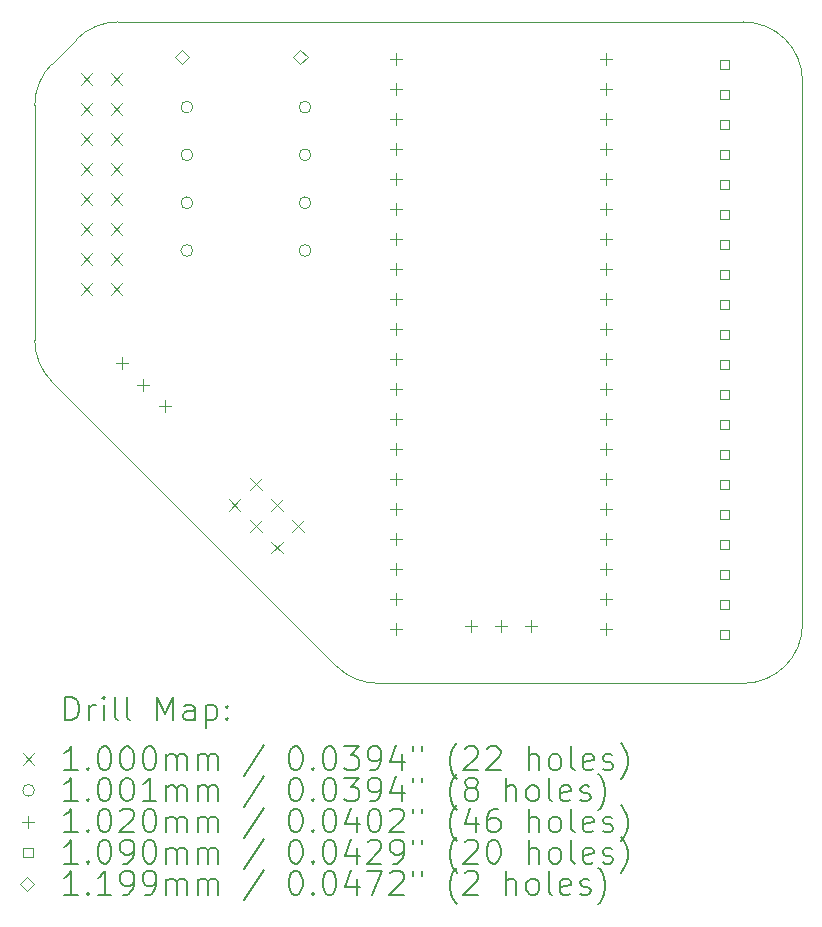
<source format=gbr>
%TF.GenerationSoftware,KiCad,Pcbnew,8.0.4*%
%TF.CreationDate,2024-08-18T14:41:29+02:00*%
%TF.ProjectId,pico-modxo,7069636f-2d6d-46f6-9478-6f2e6b696361,1.0*%
%TF.SameCoordinates,Original*%
%TF.FileFunction,Drillmap*%
%TF.FilePolarity,Positive*%
%FSLAX45Y45*%
G04 Gerber Fmt 4.5, Leading zero omitted, Abs format (unit mm)*
G04 Created by KiCad (PCBNEW 8.0.4) date 2024-08-18 14:41:29*
%MOMM*%
%LPD*%
G01*
G04 APERTURE LIST*
%ADD10C,0.050000*%
%ADD11C,0.200000*%
%ADD12C,0.100000*%
%ADD13C,0.100076*%
%ADD14C,0.102000*%
%ADD15C,0.109000*%
%ADD16C,0.119888*%
G04 APERTURE END LIST*
D10*
X11100000Y-4357107D02*
X11100000Y-6342893D01*
X17600000Y-8750000D02*
X17600000Y-4150000D01*
X11453553Y-3796447D02*
X11246447Y-4003553D01*
X17100000Y-3650000D02*
X11807107Y-3650000D01*
X11246447Y-6696447D02*
X13653553Y-9103553D01*
X11453553Y-3796447D02*
G75*
G02*
X11807107Y-3650002I353547J-353543D01*
G01*
X17100000Y-3650000D02*
G75*
G02*
X17600000Y-4150000I0J-500000D01*
G01*
X17600000Y-8750000D02*
G75*
G02*
X17100000Y-9250000I-500000J0D01*
G01*
X11246447Y-6696447D02*
G75*
G02*
X11099998Y-6342893I353553J353557D01*
G01*
X14007107Y-9250000D02*
X17100000Y-9250000D01*
X11100000Y-4357107D02*
G75*
G02*
X11246444Y-4003551I500020J-3D01*
G01*
X14007107Y-9250000D02*
G75*
G02*
X13653551Y-9103556I3J500020D01*
G01*
D11*
D12*
X11488000Y-4082000D02*
X11588000Y-4182000D01*
X11588000Y-4082000D02*
X11488000Y-4182000D01*
X11488000Y-4336000D02*
X11588000Y-4436000D01*
X11588000Y-4336000D02*
X11488000Y-4436000D01*
X11488000Y-4590000D02*
X11588000Y-4690000D01*
X11588000Y-4590000D02*
X11488000Y-4690000D01*
X11488000Y-4844000D02*
X11588000Y-4944000D01*
X11588000Y-4844000D02*
X11488000Y-4944000D01*
X11488000Y-5098000D02*
X11588000Y-5198000D01*
X11588000Y-5098000D02*
X11488000Y-5198000D01*
X11488000Y-5352000D02*
X11588000Y-5452000D01*
X11588000Y-5352000D02*
X11488000Y-5452000D01*
X11488000Y-5606000D02*
X11588000Y-5706000D01*
X11588000Y-5606000D02*
X11488000Y-5706000D01*
X11488000Y-5860000D02*
X11588000Y-5960000D01*
X11588000Y-5860000D02*
X11488000Y-5960000D01*
X11742000Y-4082000D02*
X11842000Y-4182000D01*
X11842000Y-4082000D02*
X11742000Y-4182000D01*
X11742000Y-4336000D02*
X11842000Y-4436000D01*
X11842000Y-4336000D02*
X11742000Y-4436000D01*
X11742000Y-4590000D02*
X11842000Y-4690000D01*
X11842000Y-4590000D02*
X11742000Y-4690000D01*
X11742000Y-4844000D02*
X11842000Y-4944000D01*
X11842000Y-4844000D02*
X11742000Y-4944000D01*
X11742000Y-5098000D02*
X11842000Y-5198000D01*
X11842000Y-5098000D02*
X11742000Y-5198000D01*
X11742000Y-5352000D02*
X11842000Y-5452000D01*
X11842000Y-5352000D02*
X11742000Y-5452000D01*
X11742000Y-5606000D02*
X11842000Y-5706000D01*
X11842000Y-5606000D02*
X11742000Y-5706000D01*
X11742000Y-5860000D02*
X11842000Y-5960000D01*
X11842000Y-5860000D02*
X11742000Y-5960000D01*
X12740790Y-7690790D02*
X12840790Y-7790790D01*
X12840790Y-7690790D02*
X12740790Y-7790790D01*
X12920395Y-7511185D02*
X13020395Y-7611185D01*
X13020395Y-7511185D02*
X12920395Y-7611185D01*
X12920395Y-7870395D02*
X13020395Y-7970395D01*
X13020395Y-7870395D02*
X12920395Y-7970395D01*
X13100000Y-7690790D02*
X13200000Y-7790790D01*
X13200000Y-7690790D02*
X13100000Y-7790790D01*
X13100000Y-8050000D02*
X13200000Y-8150000D01*
X13200000Y-8050000D02*
X13100000Y-8150000D01*
X13279605Y-7870395D02*
X13379605Y-7970395D01*
X13379605Y-7870395D02*
X13279605Y-7970395D01*
D13*
X12437912Y-4371000D02*
G75*
G02*
X12337836Y-4371000I-50038J0D01*
G01*
X12337836Y-4371000D02*
G75*
G02*
X12437912Y-4371000I50038J0D01*
G01*
X12437912Y-4776000D02*
G75*
G02*
X12337836Y-4776000I-50038J0D01*
G01*
X12337836Y-4776000D02*
G75*
G02*
X12437912Y-4776000I50038J0D01*
G01*
X12437912Y-5181000D02*
G75*
G02*
X12337836Y-5181000I-50038J0D01*
G01*
X12337836Y-5181000D02*
G75*
G02*
X12437912Y-5181000I50038J0D01*
G01*
X12437912Y-5586000D02*
G75*
G02*
X12337836Y-5586000I-50038J0D01*
G01*
X12337836Y-5586000D02*
G75*
G02*
X12437912Y-5586000I50038J0D01*
G01*
X13438164Y-4371000D02*
G75*
G02*
X13338088Y-4371000I-50038J0D01*
G01*
X13338088Y-4371000D02*
G75*
G02*
X13438164Y-4371000I50038J0D01*
G01*
X13438164Y-4776000D02*
G75*
G02*
X13338088Y-4776000I-50038J0D01*
G01*
X13338088Y-4776000D02*
G75*
G02*
X13438164Y-4776000I50038J0D01*
G01*
X13438164Y-5181000D02*
G75*
G02*
X13338088Y-5181000I-50038J0D01*
G01*
X13338088Y-5181000D02*
G75*
G02*
X13438164Y-5181000I50038J0D01*
G01*
X13438164Y-5586000D02*
G75*
G02*
X13338088Y-5586000I-50038J0D01*
G01*
X13338088Y-5586000D02*
G75*
G02*
X13438164Y-5586000I50038J0D01*
G01*
D14*
X11840790Y-6489790D02*
X11840790Y-6591790D01*
X11789790Y-6540790D02*
X11891790Y-6540790D01*
X12020395Y-6669395D02*
X12020395Y-6771395D01*
X11969395Y-6720395D02*
X12071395Y-6720395D01*
X12200000Y-6849000D02*
X12200000Y-6951000D01*
X12149000Y-6900000D02*
X12251000Y-6900000D01*
X14160000Y-3911000D02*
X14160000Y-4013000D01*
X14109000Y-3962000D02*
X14211000Y-3962000D01*
X14160000Y-4165000D02*
X14160000Y-4267000D01*
X14109000Y-4216000D02*
X14211000Y-4216000D01*
X14160000Y-4419000D02*
X14160000Y-4521000D01*
X14109000Y-4470000D02*
X14211000Y-4470000D01*
X14160000Y-4673000D02*
X14160000Y-4775000D01*
X14109000Y-4724000D02*
X14211000Y-4724000D01*
X14160000Y-4927000D02*
X14160000Y-5029000D01*
X14109000Y-4978000D02*
X14211000Y-4978000D01*
X14160000Y-5181000D02*
X14160000Y-5283000D01*
X14109000Y-5232000D02*
X14211000Y-5232000D01*
X14160000Y-5435000D02*
X14160000Y-5537000D01*
X14109000Y-5486000D02*
X14211000Y-5486000D01*
X14160000Y-5689000D02*
X14160000Y-5791000D01*
X14109000Y-5740000D02*
X14211000Y-5740000D01*
X14160000Y-5943000D02*
X14160000Y-6045000D01*
X14109000Y-5994000D02*
X14211000Y-5994000D01*
X14160000Y-6197000D02*
X14160000Y-6299000D01*
X14109000Y-6248000D02*
X14211000Y-6248000D01*
X14160000Y-6451000D02*
X14160000Y-6553000D01*
X14109000Y-6502000D02*
X14211000Y-6502000D01*
X14160000Y-6705000D02*
X14160000Y-6807000D01*
X14109000Y-6756000D02*
X14211000Y-6756000D01*
X14160000Y-6959000D02*
X14160000Y-7061000D01*
X14109000Y-7010000D02*
X14211000Y-7010000D01*
X14160000Y-7213000D02*
X14160000Y-7315000D01*
X14109000Y-7264000D02*
X14211000Y-7264000D01*
X14160000Y-7467000D02*
X14160000Y-7569000D01*
X14109000Y-7518000D02*
X14211000Y-7518000D01*
X14160000Y-7721000D02*
X14160000Y-7823000D01*
X14109000Y-7772000D02*
X14211000Y-7772000D01*
X14160000Y-7975000D02*
X14160000Y-8077000D01*
X14109000Y-8026000D02*
X14211000Y-8026000D01*
X14160000Y-8229000D02*
X14160000Y-8331000D01*
X14109000Y-8280000D02*
X14211000Y-8280000D01*
X14160000Y-8483000D02*
X14160000Y-8585000D01*
X14109000Y-8534000D02*
X14211000Y-8534000D01*
X14160000Y-8737000D02*
X14160000Y-8839000D01*
X14109000Y-8788000D02*
X14211000Y-8788000D01*
X14795000Y-8714000D02*
X14795000Y-8816000D01*
X14744000Y-8765000D02*
X14846000Y-8765000D01*
X15049000Y-8714000D02*
X15049000Y-8816000D01*
X14998000Y-8765000D02*
X15100000Y-8765000D01*
X15303000Y-8714000D02*
X15303000Y-8816000D01*
X15252000Y-8765000D02*
X15354000Y-8765000D01*
X15938000Y-3911000D02*
X15938000Y-4013000D01*
X15887000Y-3962000D02*
X15989000Y-3962000D01*
X15938000Y-4165000D02*
X15938000Y-4267000D01*
X15887000Y-4216000D02*
X15989000Y-4216000D01*
X15938000Y-4419000D02*
X15938000Y-4521000D01*
X15887000Y-4470000D02*
X15989000Y-4470000D01*
X15938000Y-4673000D02*
X15938000Y-4775000D01*
X15887000Y-4724000D02*
X15989000Y-4724000D01*
X15938000Y-4927000D02*
X15938000Y-5029000D01*
X15887000Y-4978000D02*
X15989000Y-4978000D01*
X15938000Y-5181000D02*
X15938000Y-5283000D01*
X15887000Y-5232000D02*
X15989000Y-5232000D01*
X15938000Y-5435000D02*
X15938000Y-5537000D01*
X15887000Y-5486000D02*
X15989000Y-5486000D01*
X15938000Y-5689000D02*
X15938000Y-5791000D01*
X15887000Y-5740000D02*
X15989000Y-5740000D01*
X15938000Y-5943000D02*
X15938000Y-6045000D01*
X15887000Y-5994000D02*
X15989000Y-5994000D01*
X15938000Y-6197000D02*
X15938000Y-6299000D01*
X15887000Y-6248000D02*
X15989000Y-6248000D01*
X15938000Y-6451000D02*
X15938000Y-6553000D01*
X15887000Y-6502000D02*
X15989000Y-6502000D01*
X15938000Y-6705000D02*
X15938000Y-6807000D01*
X15887000Y-6756000D02*
X15989000Y-6756000D01*
X15938000Y-6959000D02*
X15938000Y-7061000D01*
X15887000Y-7010000D02*
X15989000Y-7010000D01*
X15938000Y-7213000D02*
X15938000Y-7315000D01*
X15887000Y-7264000D02*
X15989000Y-7264000D01*
X15938000Y-7467000D02*
X15938000Y-7569000D01*
X15887000Y-7518000D02*
X15989000Y-7518000D01*
X15938000Y-7721000D02*
X15938000Y-7823000D01*
X15887000Y-7772000D02*
X15989000Y-7772000D01*
X15938000Y-7975000D02*
X15938000Y-8077000D01*
X15887000Y-8026000D02*
X15989000Y-8026000D01*
X15938000Y-8229000D02*
X15938000Y-8331000D01*
X15887000Y-8280000D02*
X15989000Y-8280000D01*
X15938000Y-8483000D02*
X15938000Y-8585000D01*
X15887000Y-8534000D02*
X15989000Y-8534000D01*
X15938000Y-8737000D02*
X15938000Y-8839000D01*
X15887000Y-8788000D02*
X15989000Y-8788000D01*
D15*
X16976538Y-4050538D02*
X16976538Y-3973462D01*
X16899462Y-3973462D01*
X16899462Y-4050538D01*
X16976538Y-4050538D01*
X16976538Y-4304538D02*
X16976538Y-4227462D01*
X16899462Y-4227462D01*
X16899462Y-4304538D01*
X16976538Y-4304538D01*
X16976538Y-4558538D02*
X16976538Y-4481462D01*
X16899462Y-4481462D01*
X16899462Y-4558538D01*
X16976538Y-4558538D01*
X16976538Y-4812538D02*
X16976538Y-4735462D01*
X16899462Y-4735462D01*
X16899462Y-4812538D01*
X16976538Y-4812538D01*
X16976538Y-5066538D02*
X16976538Y-4989462D01*
X16899462Y-4989462D01*
X16899462Y-5066538D01*
X16976538Y-5066538D01*
X16976538Y-5320538D02*
X16976538Y-5243462D01*
X16899462Y-5243462D01*
X16899462Y-5320538D01*
X16976538Y-5320538D01*
X16976538Y-5574538D02*
X16976538Y-5497462D01*
X16899462Y-5497462D01*
X16899462Y-5574538D01*
X16976538Y-5574538D01*
X16976538Y-5828538D02*
X16976538Y-5751462D01*
X16899462Y-5751462D01*
X16899462Y-5828538D01*
X16976538Y-5828538D01*
X16976538Y-6082538D02*
X16976538Y-6005462D01*
X16899462Y-6005462D01*
X16899462Y-6082538D01*
X16976538Y-6082538D01*
X16976538Y-6336538D02*
X16976538Y-6259462D01*
X16899462Y-6259462D01*
X16899462Y-6336538D01*
X16976538Y-6336538D01*
X16976538Y-6590538D02*
X16976538Y-6513462D01*
X16899462Y-6513462D01*
X16899462Y-6590538D01*
X16976538Y-6590538D01*
X16976538Y-6844538D02*
X16976538Y-6767462D01*
X16899462Y-6767462D01*
X16899462Y-6844538D01*
X16976538Y-6844538D01*
X16976538Y-7098538D02*
X16976538Y-7021462D01*
X16899462Y-7021462D01*
X16899462Y-7098538D01*
X16976538Y-7098538D01*
X16976538Y-7352538D02*
X16976538Y-7275462D01*
X16899462Y-7275462D01*
X16899462Y-7352538D01*
X16976538Y-7352538D01*
X16976538Y-7606538D02*
X16976538Y-7529462D01*
X16899462Y-7529462D01*
X16899462Y-7606538D01*
X16976538Y-7606538D01*
X16976538Y-7860538D02*
X16976538Y-7783462D01*
X16899462Y-7783462D01*
X16899462Y-7860538D01*
X16976538Y-7860538D01*
X16976538Y-8114538D02*
X16976538Y-8037462D01*
X16899462Y-8037462D01*
X16899462Y-8114538D01*
X16976538Y-8114538D01*
X16976538Y-8368538D02*
X16976538Y-8291462D01*
X16899462Y-8291462D01*
X16899462Y-8368538D01*
X16976538Y-8368538D01*
X16976538Y-8622538D02*
X16976538Y-8545462D01*
X16899462Y-8545462D01*
X16899462Y-8622538D01*
X16976538Y-8622538D01*
X16976538Y-8876538D02*
X16976538Y-8799462D01*
X16899462Y-8799462D01*
X16899462Y-8876538D01*
X16976538Y-8876538D01*
D16*
X12350000Y-4009944D02*
X12409944Y-3950000D01*
X12350000Y-3890056D01*
X12290056Y-3950000D01*
X12350000Y-4009944D01*
X13350000Y-4009944D02*
X13409944Y-3950000D01*
X13350000Y-3890056D01*
X13290056Y-3950000D01*
X13350000Y-4009944D01*
D11*
X11358277Y-9563984D02*
X11358277Y-9363984D01*
X11358277Y-9363984D02*
X11405896Y-9363984D01*
X11405896Y-9363984D02*
X11434467Y-9373508D01*
X11434467Y-9373508D02*
X11453515Y-9392555D01*
X11453515Y-9392555D02*
X11463039Y-9411603D01*
X11463039Y-9411603D02*
X11472562Y-9449698D01*
X11472562Y-9449698D02*
X11472562Y-9478270D01*
X11472562Y-9478270D02*
X11463039Y-9516365D01*
X11463039Y-9516365D02*
X11453515Y-9535412D01*
X11453515Y-9535412D02*
X11434467Y-9554460D01*
X11434467Y-9554460D02*
X11405896Y-9563984D01*
X11405896Y-9563984D02*
X11358277Y-9563984D01*
X11558277Y-9563984D02*
X11558277Y-9430650D01*
X11558277Y-9468746D02*
X11567801Y-9449698D01*
X11567801Y-9449698D02*
X11577324Y-9440174D01*
X11577324Y-9440174D02*
X11596372Y-9430650D01*
X11596372Y-9430650D02*
X11615420Y-9430650D01*
X11682086Y-9563984D02*
X11682086Y-9430650D01*
X11682086Y-9363984D02*
X11672562Y-9373508D01*
X11672562Y-9373508D02*
X11682086Y-9383031D01*
X11682086Y-9383031D02*
X11691610Y-9373508D01*
X11691610Y-9373508D02*
X11682086Y-9363984D01*
X11682086Y-9363984D02*
X11682086Y-9383031D01*
X11805896Y-9563984D02*
X11786848Y-9554460D01*
X11786848Y-9554460D02*
X11777324Y-9535412D01*
X11777324Y-9535412D02*
X11777324Y-9363984D01*
X11910658Y-9563984D02*
X11891610Y-9554460D01*
X11891610Y-9554460D02*
X11882086Y-9535412D01*
X11882086Y-9535412D02*
X11882086Y-9363984D01*
X12139229Y-9563984D02*
X12139229Y-9363984D01*
X12139229Y-9363984D02*
X12205896Y-9506841D01*
X12205896Y-9506841D02*
X12272562Y-9363984D01*
X12272562Y-9363984D02*
X12272562Y-9563984D01*
X12453515Y-9563984D02*
X12453515Y-9459222D01*
X12453515Y-9459222D02*
X12443991Y-9440174D01*
X12443991Y-9440174D02*
X12424943Y-9430650D01*
X12424943Y-9430650D02*
X12386848Y-9430650D01*
X12386848Y-9430650D02*
X12367801Y-9440174D01*
X12453515Y-9554460D02*
X12434467Y-9563984D01*
X12434467Y-9563984D02*
X12386848Y-9563984D01*
X12386848Y-9563984D02*
X12367801Y-9554460D01*
X12367801Y-9554460D02*
X12358277Y-9535412D01*
X12358277Y-9535412D02*
X12358277Y-9516365D01*
X12358277Y-9516365D02*
X12367801Y-9497317D01*
X12367801Y-9497317D02*
X12386848Y-9487793D01*
X12386848Y-9487793D02*
X12434467Y-9487793D01*
X12434467Y-9487793D02*
X12453515Y-9478270D01*
X12548753Y-9430650D02*
X12548753Y-9630650D01*
X12548753Y-9440174D02*
X12567801Y-9430650D01*
X12567801Y-9430650D02*
X12605896Y-9430650D01*
X12605896Y-9430650D02*
X12624943Y-9440174D01*
X12624943Y-9440174D02*
X12634467Y-9449698D01*
X12634467Y-9449698D02*
X12643991Y-9468746D01*
X12643991Y-9468746D02*
X12643991Y-9525889D01*
X12643991Y-9525889D02*
X12634467Y-9544936D01*
X12634467Y-9544936D02*
X12624943Y-9554460D01*
X12624943Y-9554460D02*
X12605896Y-9563984D01*
X12605896Y-9563984D02*
X12567801Y-9563984D01*
X12567801Y-9563984D02*
X12548753Y-9554460D01*
X12729705Y-9544936D02*
X12739229Y-9554460D01*
X12739229Y-9554460D02*
X12729705Y-9563984D01*
X12729705Y-9563984D02*
X12720182Y-9554460D01*
X12720182Y-9554460D02*
X12729705Y-9544936D01*
X12729705Y-9544936D02*
X12729705Y-9563984D01*
X12729705Y-9440174D02*
X12739229Y-9449698D01*
X12739229Y-9449698D02*
X12729705Y-9459222D01*
X12729705Y-9459222D02*
X12720182Y-9449698D01*
X12720182Y-9449698D02*
X12729705Y-9440174D01*
X12729705Y-9440174D02*
X12729705Y-9459222D01*
D12*
X10997500Y-9842500D02*
X11097500Y-9942500D01*
X11097500Y-9842500D02*
X10997500Y-9942500D01*
D11*
X11463039Y-9983984D02*
X11348753Y-9983984D01*
X11405896Y-9983984D02*
X11405896Y-9783984D01*
X11405896Y-9783984D02*
X11386848Y-9812555D01*
X11386848Y-9812555D02*
X11367801Y-9831603D01*
X11367801Y-9831603D02*
X11348753Y-9841127D01*
X11548753Y-9964936D02*
X11558277Y-9974460D01*
X11558277Y-9974460D02*
X11548753Y-9983984D01*
X11548753Y-9983984D02*
X11539229Y-9974460D01*
X11539229Y-9974460D02*
X11548753Y-9964936D01*
X11548753Y-9964936D02*
X11548753Y-9983984D01*
X11682086Y-9783984D02*
X11701134Y-9783984D01*
X11701134Y-9783984D02*
X11720182Y-9793508D01*
X11720182Y-9793508D02*
X11729705Y-9803031D01*
X11729705Y-9803031D02*
X11739229Y-9822079D01*
X11739229Y-9822079D02*
X11748753Y-9860174D01*
X11748753Y-9860174D02*
X11748753Y-9907793D01*
X11748753Y-9907793D02*
X11739229Y-9945889D01*
X11739229Y-9945889D02*
X11729705Y-9964936D01*
X11729705Y-9964936D02*
X11720182Y-9974460D01*
X11720182Y-9974460D02*
X11701134Y-9983984D01*
X11701134Y-9983984D02*
X11682086Y-9983984D01*
X11682086Y-9983984D02*
X11663039Y-9974460D01*
X11663039Y-9974460D02*
X11653515Y-9964936D01*
X11653515Y-9964936D02*
X11643991Y-9945889D01*
X11643991Y-9945889D02*
X11634467Y-9907793D01*
X11634467Y-9907793D02*
X11634467Y-9860174D01*
X11634467Y-9860174D02*
X11643991Y-9822079D01*
X11643991Y-9822079D02*
X11653515Y-9803031D01*
X11653515Y-9803031D02*
X11663039Y-9793508D01*
X11663039Y-9793508D02*
X11682086Y-9783984D01*
X11872562Y-9783984D02*
X11891610Y-9783984D01*
X11891610Y-9783984D02*
X11910658Y-9793508D01*
X11910658Y-9793508D02*
X11920182Y-9803031D01*
X11920182Y-9803031D02*
X11929705Y-9822079D01*
X11929705Y-9822079D02*
X11939229Y-9860174D01*
X11939229Y-9860174D02*
X11939229Y-9907793D01*
X11939229Y-9907793D02*
X11929705Y-9945889D01*
X11929705Y-9945889D02*
X11920182Y-9964936D01*
X11920182Y-9964936D02*
X11910658Y-9974460D01*
X11910658Y-9974460D02*
X11891610Y-9983984D01*
X11891610Y-9983984D02*
X11872562Y-9983984D01*
X11872562Y-9983984D02*
X11853515Y-9974460D01*
X11853515Y-9974460D02*
X11843991Y-9964936D01*
X11843991Y-9964936D02*
X11834467Y-9945889D01*
X11834467Y-9945889D02*
X11824943Y-9907793D01*
X11824943Y-9907793D02*
X11824943Y-9860174D01*
X11824943Y-9860174D02*
X11834467Y-9822079D01*
X11834467Y-9822079D02*
X11843991Y-9803031D01*
X11843991Y-9803031D02*
X11853515Y-9793508D01*
X11853515Y-9793508D02*
X11872562Y-9783984D01*
X12063039Y-9783984D02*
X12082086Y-9783984D01*
X12082086Y-9783984D02*
X12101134Y-9793508D01*
X12101134Y-9793508D02*
X12110658Y-9803031D01*
X12110658Y-9803031D02*
X12120182Y-9822079D01*
X12120182Y-9822079D02*
X12129705Y-9860174D01*
X12129705Y-9860174D02*
X12129705Y-9907793D01*
X12129705Y-9907793D02*
X12120182Y-9945889D01*
X12120182Y-9945889D02*
X12110658Y-9964936D01*
X12110658Y-9964936D02*
X12101134Y-9974460D01*
X12101134Y-9974460D02*
X12082086Y-9983984D01*
X12082086Y-9983984D02*
X12063039Y-9983984D01*
X12063039Y-9983984D02*
X12043991Y-9974460D01*
X12043991Y-9974460D02*
X12034467Y-9964936D01*
X12034467Y-9964936D02*
X12024943Y-9945889D01*
X12024943Y-9945889D02*
X12015420Y-9907793D01*
X12015420Y-9907793D02*
X12015420Y-9860174D01*
X12015420Y-9860174D02*
X12024943Y-9822079D01*
X12024943Y-9822079D02*
X12034467Y-9803031D01*
X12034467Y-9803031D02*
X12043991Y-9793508D01*
X12043991Y-9793508D02*
X12063039Y-9783984D01*
X12215420Y-9983984D02*
X12215420Y-9850650D01*
X12215420Y-9869698D02*
X12224943Y-9860174D01*
X12224943Y-9860174D02*
X12243991Y-9850650D01*
X12243991Y-9850650D02*
X12272563Y-9850650D01*
X12272563Y-9850650D02*
X12291610Y-9860174D01*
X12291610Y-9860174D02*
X12301134Y-9879222D01*
X12301134Y-9879222D02*
X12301134Y-9983984D01*
X12301134Y-9879222D02*
X12310658Y-9860174D01*
X12310658Y-9860174D02*
X12329705Y-9850650D01*
X12329705Y-9850650D02*
X12358277Y-9850650D01*
X12358277Y-9850650D02*
X12377324Y-9860174D01*
X12377324Y-9860174D02*
X12386848Y-9879222D01*
X12386848Y-9879222D02*
X12386848Y-9983984D01*
X12482086Y-9983984D02*
X12482086Y-9850650D01*
X12482086Y-9869698D02*
X12491610Y-9860174D01*
X12491610Y-9860174D02*
X12510658Y-9850650D01*
X12510658Y-9850650D02*
X12539229Y-9850650D01*
X12539229Y-9850650D02*
X12558277Y-9860174D01*
X12558277Y-9860174D02*
X12567801Y-9879222D01*
X12567801Y-9879222D02*
X12567801Y-9983984D01*
X12567801Y-9879222D02*
X12577324Y-9860174D01*
X12577324Y-9860174D02*
X12596372Y-9850650D01*
X12596372Y-9850650D02*
X12624943Y-9850650D01*
X12624943Y-9850650D02*
X12643991Y-9860174D01*
X12643991Y-9860174D02*
X12653515Y-9879222D01*
X12653515Y-9879222D02*
X12653515Y-9983984D01*
X13043991Y-9774460D02*
X12872563Y-10031603D01*
X13301134Y-9783984D02*
X13320182Y-9783984D01*
X13320182Y-9783984D02*
X13339229Y-9793508D01*
X13339229Y-9793508D02*
X13348753Y-9803031D01*
X13348753Y-9803031D02*
X13358277Y-9822079D01*
X13358277Y-9822079D02*
X13367801Y-9860174D01*
X13367801Y-9860174D02*
X13367801Y-9907793D01*
X13367801Y-9907793D02*
X13358277Y-9945889D01*
X13358277Y-9945889D02*
X13348753Y-9964936D01*
X13348753Y-9964936D02*
X13339229Y-9974460D01*
X13339229Y-9974460D02*
X13320182Y-9983984D01*
X13320182Y-9983984D02*
X13301134Y-9983984D01*
X13301134Y-9983984D02*
X13282086Y-9974460D01*
X13282086Y-9974460D02*
X13272563Y-9964936D01*
X13272563Y-9964936D02*
X13263039Y-9945889D01*
X13263039Y-9945889D02*
X13253515Y-9907793D01*
X13253515Y-9907793D02*
X13253515Y-9860174D01*
X13253515Y-9860174D02*
X13263039Y-9822079D01*
X13263039Y-9822079D02*
X13272563Y-9803031D01*
X13272563Y-9803031D02*
X13282086Y-9793508D01*
X13282086Y-9793508D02*
X13301134Y-9783984D01*
X13453515Y-9964936D02*
X13463039Y-9974460D01*
X13463039Y-9974460D02*
X13453515Y-9983984D01*
X13453515Y-9983984D02*
X13443991Y-9974460D01*
X13443991Y-9974460D02*
X13453515Y-9964936D01*
X13453515Y-9964936D02*
X13453515Y-9983984D01*
X13586848Y-9783984D02*
X13605896Y-9783984D01*
X13605896Y-9783984D02*
X13624944Y-9793508D01*
X13624944Y-9793508D02*
X13634467Y-9803031D01*
X13634467Y-9803031D02*
X13643991Y-9822079D01*
X13643991Y-9822079D02*
X13653515Y-9860174D01*
X13653515Y-9860174D02*
X13653515Y-9907793D01*
X13653515Y-9907793D02*
X13643991Y-9945889D01*
X13643991Y-9945889D02*
X13634467Y-9964936D01*
X13634467Y-9964936D02*
X13624944Y-9974460D01*
X13624944Y-9974460D02*
X13605896Y-9983984D01*
X13605896Y-9983984D02*
X13586848Y-9983984D01*
X13586848Y-9983984D02*
X13567801Y-9974460D01*
X13567801Y-9974460D02*
X13558277Y-9964936D01*
X13558277Y-9964936D02*
X13548753Y-9945889D01*
X13548753Y-9945889D02*
X13539229Y-9907793D01*
X13539229Y-9907793D02*
X13539229Y-9860174D01*
X13539229Y-9860174D02*
X13548753Y-9822079D01*
X13548753Y-9822079D02*
X13558277Y-9803031D01*
X13558277Y-9803031D02*
X13567801Y-9793508D01*
X13567801Y-9793508D02*
X13586848Y-9783984D01*
X13720182Y-9783984D02*
X13843991Y-9783984D01*
X13843991Y-9783984D02*
X13777325Y-9860174D01*
X13777325Y-9860174D02*
X13805896Y-9860174D01*
X13805896Y-9860174D02*
X13824944Y-9869698D01*
X13824944Y-9869698D02*
X13834467Y-9879222D01*
X13834467Y-9879222D02*
X13843991Y-9898270D01*
X13843991Y-9898270D02*
X13843991Y-9945889D01*
X13843991Y-9945889D02*
X13834467Y-9964936D01*
X13834467Y-9964936D02*
X13824944Y-9974460D01*
X13824944Y-9974460D02*
X13805896Y-9983984D01*
X13805896Y-9983984D02*
X13748753Y-9983984D01*
X13748753Y-9983984D02*
X13729706Y-9974460D01*
X13729706Y-9974460D02*
X13720182Y-9964936D01*
X13939229Y-9983984D02*
X13977325Y-9983984D01*
X13977325Y-9983984D02*
X13996372Y-9974460D01*
X13996372Y-9974460D02*
X14005896Y-9964936D01*
X14005896Y-9964936D02*
X14024944Y-9936365D01*
X14024944Y-9936365D02*
X14034467Y-9898270D01*
X14034467Y-9898270D02*
X14034467Y-9822079D01*
X14034467Y-9822079D02*
X14024944Y-9803031D01*
X14024944Y-9803031D02*
X14015420Y-9793508D01*
X14015420Y-9793508D02*
X13996372Y-9783984D01*
X13996372Y-9783984D02*
X13958277Y-9783984D01*
X13958277Y-9783984D02*
X13939229Y-9793508D01*
X13939229Y-9793508D02*
X13929706Y-9803031D01*
X13929706Y-9803031D02*
X13920182Y-9822079D01*
X13920182Y-9822079D02*
X13920182Y-9869698D01*
X13920182Y-9869698D02*
X13929706Y-9888746D01*
X13929706Y-9888746D02*
X13939229Y-9898270D01*
X13939229Y-9898270D02*
X13958277Y-9907793D01*
X13958277Y-9907793D02*
X13996372Y-9907793D01*
X13996372Y-9907793D02*
X14015420Y-9898270D01*
X14015420Y-9898270D02*
X14024944Y-9888746D01*
X14024944Y-9888746D02*
X14034467Y-9869698D01*
X14205896Y-9850650D02*
X14205896Y-9983984D01*
X14158277Y-9774460D02*
X14110658Y-9917317D01*
X14110658Y-9917317D02*
X14234467Y-9917317D01*
X14301134Y-9783984D02*
X14301134Y-9822079D01*
X14377325Y-9783984D02*
X14377325Y-9822079D01*
X14672563Y-10060174D02*
X14663039Y-10050650D01*
X14663039Y-10050650D02*
X14643991Y-10022079D01*
X14643991Y-10022079D02*
X14634468Y-10003031D01*
X14634468Y-10003031D02*
X14624944Y-9974460D01*
X14624944Y-9974460D02*
X14615420Y-9926841D01*
X14615420Y-9926841D02*
X14615420Y-9888746D01*
X14615420Y-9888746D02*
X14624944Y-9841127D01*
X14624944Y-9841127D02*
X14634468Y-9812555D01*
X14634468Y-9812555D02*
X14643991Y-9793508D01*
X14643991Y-9793508D02*
X14663039Y-9764936D01*
X14663039Y-9764936D02*
X14672563Y-9755412D01*
X14739229Y-9803031D02*
X14748753Y-9793508D01*
X14748753Y-9793508D02*
X14767801Y-9783984D01*
X14767801Y-9783984D02*
X14815420Y-9783984D01*
X14815420Y-9783984D02*
X14834468Y-9793508D01*
X14834468Y-9793508D02*
X14843991Y-9803031D01*
X14843991Y-9803031D02*
X14853515Y-9822079D01*
X14853515Y-9822079D02*
X14853515Y-9841127D01*
X14853515Y-9841127D02*
X14843991Y-9869698D01*
X14843991Y-9869698D02*
X14729706Y-9983984D01*
X14729706Y-9983984D02*
X14853515Y-9983984D01*
X14929706Y-9803031D02*
X14939229Y-9793508D01*
X14939229Y-9793508D02*
X14958277Y-9783984D01*
X14958277Y-9783984D02*
X15005896Y-9783984D01*
X15005896Y-9783984D02*
X15024944Y-9793508D01*
X15024944Y-9793508D02*
X15034468Y-9803031D01*
X15034468Y-9803031D02*
X15043991Y-9822079D01*
X15043991Y-9822079D02*
X15043991Y-9841127D01*
X15043991Y-9841127D02*
X15034468Y-9869698D01*
X15034468Y-9869698D02*
X14920182Y-9983984D01*
X14920182Y-9983984D02*
X15043991Y-9983984D01*
X15282087Y-9983984D02*
X15282087Y-9783984D01*
X15367801Y-9983984D02*
X15367801Y-9879222D01*
X15367801Y-9879222D02*
X15358277Y-9860174D01*
X15358277Y-9860174D02*
X15339230Y-9850650D01*
X15339230Y-9850650D02*
X15310658Y-9850650D01*
X15310658Y-9850650D02*
X15291610Y-9860174D01*
X15291610Y-9860174D02*
X15282087Y-9869698D01*
X15491610Y-9983984D02*
X15472563Y-9974460D01*
X15472563Y-9974460D02*
X15463039Y-9964936D01*
X15463039Y-9964936D02*
X15453515Y-9945889D01*
X15453515Y-9945889D02*
X15453515Y-9888746D01*
X15453515Y-9888746D02*
X15463039Y-9869698D01*
X15463039Y-9869698D02*
X15472563Y-9860174D01*
X15472563Y-9860174D02*
X15491610Y-9850650D01*
X15491610Y-9850650D02*
X15520182Y-9850650D01*
X15520182Y-9850650D02*
X15539230Y-9860174D01*
X15539230Y-9860174D02*
X15548753Y-9869698D01*
X15548753Y-9869698D02*
X15558277Y-9888746D01*
X15558277Y-9888746D02*
X15558277Y-9945889D01*
X15558277Y-9945889D02*
X15548753Y-9964936D01*
X15548753Y-9964936D02*
X15539230Y-9974460D01*
X15539230Y-9974460D02*
X15520182Y-9983984D01*
X15520182Y-9983984D02*
X15491610Y-9983984D01*
X15672563Y-9983984D02*
X15653515Y-9974460D01*
X15653515Y-9974460D02*
X15643991Y-9955412D01*
X15643991Y-9955412D02*
X15643991Y-9783984D01*
X15824944Y-9974460D02*
X15805896Y-9983984D01*
X15805896Y-9983984D02*
X15767801Y-9983984D01*
X15767801Y-9983984D02*
X15748753Y-9974460D01*
X15748753Y-9974460D02*
X15739230Y-9955412D01*
X15739230Y-9955412D02*
X15739230Y-9879222D01*
X15739230Y-9879222D02*
X15748753Y-9860174D01*
X15748753Y-9860174D02*
X15767801Y-9850650D01*
X15767801Y-9850650D02*
X15805896Y-9850650D01*
X15805896Y-9850650D02*
X15824944Y-9860174D01*
X15824944Y-9860174D02*
X15834468Y-9879222D01*
X15834468Y-9879222D02*
X15834468Y-9898270D01*
X15834468Y-9898270D02*
X15739230Y-9917317D01*
X15910658Y-9974460D02*
X15929706Y-9983984D01*
X15929706Y-9983984D02*
X15967801Y-9983984D01*
X15967801Y-9983984D02*
X15986849Y-9974460D01*
X15986849Y-9974460D02*
X15996372Y-9955412D01*
X15996372Y-9955412D02*
X15996372Y-9945889D01*
X15996372Y-9945889D02*
X15986849Y-9926841D01*
X15986849Y-9926841D02*
X15967801Y-9917317D01*
X15967801Y-9917317D02*
X15939230Y-9917317D01*
X15939230Y-9917317D02*
X15920182Y-9907793D01*
X15920182Y-9907793D02*
X15910658Y-9888746D01*
X15910658Y-9888746D02*
X15910658Y-9879222D01*
X15910658Y-9879222D02*
X15920182Y-9860174D01*
X15920182Y-9860174D02*
X15939230Y-9850650D01*
X15939230Y-9850650D02*
X15967801Y-9850650D01*
X15967801Y-9850650D02*
X15986849Y-9860174D01*
X16063039Y-10060174D02*
X16072563Y-10050650D01*
X16072563Y-10050650D02*
X16091611Y-10022079D01*
X16091611Y-10022079D02*
X16101134Y-10003031D01*
X16101134Y-10003031D02*
X16110658Y-9974460D01*
X16110658Y-9974460D02*
X16120182Y-9926841D01*
X16120182Y-9926841D02*
X16120182Y-9888746D01*
X16120182Y-9888746D02*
X16110658Y-9841127D01*
X16110658Y-9841127D02*
X16101134Y-9812555D01*
X16101134Y-9812555D02*
X16091611Y-9793508D01*
X16091611Y-9793508D02*
X16072563Y-9764936D01*
X16072563Y-9764936D02*
X16063039Y-9755412D01*
D13*
X11097500Y-10156500D02*
G75*
G02*
X10997424Y-10156500I-50038J0D01*
G01*
X10997424Y-10156500D02*
G75*
G02*
X11097500Y-10156500I50038J0D01*
G01*
D11*
X11463039Y-10247984D02*
X11348753Y-10247984D01*
X11405896Y-10247984D02*
X11405896Y-10047984D01*
X11405896Y-10047984D02*
X11386848Y-10076555D01*
X11386848Y-10076555D02*
X11367801Y-10095603D01*
X11367801Y-10095603D02*
X11348753Y-10105127D01*
X11548753Y-10228936D02*
X11558277Y-10238460D01*
X11558277Y-10238460D02*
X11548753Y-10247984D01*
X11548753Y-10247984D02*
X11539229Y-10238460D01*
X11539229Y-10238460D02*
X11548753Y-10228936D01*
X11548753Y-10228936D02*
X11548753Y-10247984D01*
X11682086Y-10047984D02*
X11701134Y-10047984D01*
X11701134Y-10047984D02*
X11720182Y-10057508D01*
X11720182Y-10057508D02*
X11729705Y-10067031D01*
X11729705Y-10067031D02*
X11739229Y-10086079D01*
X11739229Y-10086079D02*
X11748753Y-10124174D01*
X11748753Y-10124174D02*
X11748753Y-10171793D01*
X11748753Y-10171793D02*
X11739229Y-10209889D01*
X11739229Y-10209889D02*
X11729705Y-10228936D01*
X11729705Y-10228936D02*
X11720182Y-10238460D01*
X11720182Y-10238460D02*
X11701134Y-10247984D01*
X11701134Y-10247984D02*
X11682086Y-10247984D01*
X11682086Y-10247984D02*
X11663039Y-10238460D01*
X11663039Y-10238460D02*
X11653515Y-10228936D01*
X11653515Y-10228936D02*
X11643991Y-10209889D01*
X11643991Y-10209889D02*
X11634467Y-10171793D01*
X11634467Y-10171793D02*
X11634467Y-10124174D01*
X11634467Y-10124174D02*
X11643991Y-10086079D01*
X11643991Y-10086079D02*
X11653515Y-10067031D01*
X11653515Y-10067031D02*
X11663039Y-10057508D01*
X11663039Y-10057508D02*
X11682086Y-10047984D01*
X11872562Y-10047984D02*
X11891610Y-10047984D01*
X11891610Y-10047984D02*
X11910658Y-10057508D01*
X11910658Y-10057508D02*
X11920182Y-10067031D01*
X11920182Y-10067031D02*
X11929705Y-10086079D01*
X11929705Y-10086079D02*
X11939229Y-10124174D01*
X11939229Y-10124174D02*
X11939229Y-10171793D01*
X11939229Y-10171793D02*
X11929705Y-10209889D01*
X11929705Y-10209889D02*
X11920182Y-10228936D01*
X11920182Y-10228936D02*
X11910658Y-10238460D01*
X11910658Y-10238460D02*
X11891610Y-10247984D01*
X11891610Y-10247984D02*
X11872562Y-10247984D01*
X11872562Y-10247984D02*
X11853515Y-10238460D01*
X11853515Y-10238460D02*
X11843991Y-10228936D01*
X11843991Y-10228936D02*
X11834467Y-10209889D01*
X11834467Y-10209889D02*
X11824943Y-10171793D01*
X11824943Y-10171793D02*
X11824943Y-10124174D01*
X11824943Y-10124174D02*
X11834467Y-10086079D01*
X11834467Y-10086079D02*
X11843991Y-10067031D01*
X11843991Y-10067031D02*
X11853515Y-10057508D01*
X11853515Y-10057508D02*
X11872562Y-10047984D01*
X12129705Y-10247984D02*
X12015420Y-10247984D01*
X12072562Y-10247984D02*
X12072562Y-10047984D01*
X12072562Y-10047984D02*
X12053515Y-10076555D01*
X12053515Y-10076555D02*
X12034467Y-10095603D01*
X12034467Y-10095603D02*
X12015420Y-10105127D01*
X12215420Y-10247984D02*
X12215420Y-10114650D01*
X12215420Y-10133698D02*
X12224943Y-10124174D01*
X12224943Y-10124174D02*
X12243991Y-10114650D01*
X12243991Y-10114650D02*
X12272563Y-10114650D01*
X12272563Y-10114650D02*
X12291610Y-10124174D01*
X12291610Y-10124174D02*
X12301134Y-10143222D01*
X12301134Y-10143222D02*
X12301134Y-10247984D01*
X12301134Y-10143222D02*
X12310658Y-10124174D01*
X12310658Y-10124174D02*
X12329705Y-10114650D01*
X12329705Y-10114650D02*
X12358277Y-10114650D01*
X12358277Y-10114650D02*
X12377324Y-10124174D01*
X12377324Y-10124174D02*
X12386848Y-10143222D01*
X12386848Y-10143222D02*
X12386848Y-10247984D01*
X12482086Y-10247984D02*
X12482086Y-10114650D01*
X12482086Y-10133698D02*
X12491610Y-10124174D01*
X12491610Y-10124174D02*
X12510658Y-10114650D01*
X12510658Y-10114650D02*
X12539229Y-10114650D01*
X12539229Y-10114650D02*
X12558277Y-10124174D01*
X12558277Y-10124174D02*
X12567801Y-10143222D01*
X12567801Y-10143222D02*
X12567801Y-10247984D01*
X12567801Y-10143222D02*
X12577324Y-10124174D01*
X12577324Y-10124174D02*
X12596372Y-10114650D01*
X12596372Y-10114650D02*
X12624943Y-10114650D01*
X12624943Y-10114650D02*
X12643991Y-10124174D01*
X12643991Y-10124174D02*
X12653515Y-10143222D01*
X12653515Y-10143222D02*
X12653515Y-10247984D01*
X13043991Y-10038460D02*
X12872563Y-10295603D01*
X13301134Y-10047984D02*
X13320182Y-10047984D01*
X13320182Y-10047984D02*
X13339229Y-10057508D01*
X13339229Y-10057508D02*
X13348753Y-10067031D01*
X13348753Y-10067031D02*
X13358277Y-10086079D01*
X13358277Y-10086079D02*
X13367801Y-10124174D01*
X13367801Y-10124174D02*
X13367801Y-10171793D01*
X13367801Y-10171793D02*
X13358277Y-10209889D01*
X13358277Y-10209889D02*
X13348753Y-10228936D01*
X13348753Y-10228936D02*
X13339229Y-10238460D01*
X13339229Y-10238460D02*
X13320182Y-10247984D01*
X13320182Y-10247984D02*
X13301134Y-10247984D01*
X13301134Y-10247984D02*
X13282086Y-10238460D01*
X13282086Y-10238460D02*
X13272563Y-10228936D01*
X13272563Y-10228936D02*
X13263039Y-10209889D01*
X13263039Y-10209889D02*
X13253515Y-10171793D01*
X13253515Y-10171793D02*
X13253515Y-10124174D01*
X13253515Y-10124174D02*
X13263039Y-10086079D01*
X13263039Y-10086079D02*
X13272563Y-10067031D01*
X13272563Y-10067031D02*
X13282086Y-10057508D01*
X13282086Y-10057508D02*
X13301134Y-10047984D01*
X13453515Y-10228936D02*
X13463039Y-10238460D01*
X13463039Y-10238460D02*
X13453515Y-10247984D01*
X13453515Y-10247984D02*
X13443991Y-10238460D01*
X13443991Y-10238460D02*
X13453515Y-10228936D01*
X13453515Y-10228936D02*
X13453515Y-10247984D01*
X13586848Y-10047984D02*
X13605896Y-10047984D01*
X13605896Y-10047984D02*
X13624944Y-10057508D01*
X13624944Y-10057508D02*
X13634467Y-10067031D01*
X13634467Y-10067031D02*
X13643991Y-10086079D01*
X13643991Y-10086079D02*
X13653515Y-10124174D01*
X13653515Y-10124174D02*
X13653515Y-10171793D01*
X13653515Y-10171793D02*
X13643991Y-10209889D01*
X13643991Y-10209889D02*
X13634467Y-10228936D01*
X13634467Y-10228936D02*
X13624944Y-10238460D01*
X13624944Y-10238460D02*
X13605896Y-10247984D01*
X13605896Y-10247984D02*
X13586848Y-10247984D01*
X13586848Y-10247984D02*
X13567801Y-10238460D01*
X13567801Y-10238460D02*
X13558277Y-10228936D01*
X13558277Y-10228936D02*
X13548753Y-10209889D01*
X13548753Y-10209889D02*
X13539229Y-10171793D01*
X13539229Y-10171793D02*
X13539229Y-10124174D01*
X13539229Y-10124174D02*
X13548753Y-10086079D01*
X13548753Y-10086079D02*
X13558277Y-10067031D01*
X13558277Y-10067031D02*
X13567801Y-10057508D01*
X13567801Y-10057508D02*
X13586848Y-10047984D01*
X13720182Y-10047984D02*
X13843991Y-10047984D01*
X13843991Y-10047984D02*
X13777325Y-10124174D01*
X13777325Y-10124174D02*
X13805896Y-10124174D01*
X13805896Y-10124174D02*
X13824944Y-10133698D01*
X13824944Y-10133698D02*
X13834467Y-10143222D01*
X13834467Y-10143222D02*
X13843991Y-10162270D01*
X13843991Y-10162270D02*
X13843991Y-10209889D01*
X13843991Y-10209889D02*
X13834467Y-10228936D01*
X13834467Y-10228936D02*
X13824944Y-10238460D01*
X13824944Y-10238460D02*
X13805896Y-10247984D01*
X13805896Y-10247984D02*
X13748753Y-10247984D01*
X13748753Y-10247984D02*
X13729706Y-10238460D01*
X13729706Y-10238460D02*
X13720182Y-10228936D01*
X13939229Y-10247984D02*
X13977325Y-10247984D01*
X13977325Y-10247984D02*
X13996372Y-10238460D01*
X13996372Y-10238460D02*
X14005896Y-10228936D01*
X14005896Y-10228936D02*
X14024944Y-10200365D01*
X14024944Y-10200365D02*
X14034467Y-10162270D01*
X14034467Y-10162270D02*
X14034467Y-10086079D01*
X14034467Y-10086079D02*
X14024944Y-10067031D01*
X14024944Y-10067031D02*
X14015420Y-10057508D01*
X14015420Y-10057508D02*
X13996372Y-10047984D01*
X13996372Y-10047984D02*
X13958277Y-10047984D01*
X13958277Y-10047984D02*
X13939229Y-10057508D01*
X13939229Y-10057508D02*
X13929706Y-10067031D01*
X13929706Y-10067031D02*
X13920182Y-10086079D01*
X13920182Y-10086079D02*
X13920182Y-10133698D01*
X13920182Y-10133698D02*
X13929706Y-10152746D01*
X13929706Y-10152746D02*
X13939229Y-10162270D01*
X13939229Y-10162270D02*
X13958277Y-10171793D01*
X13958277Y-10171793D02*
X13996372Y-10171793D01*
X13996372Y-10171793D02*
X14015420Y-10162270D01*
X14015420Y-10162270D02*
X14024944Y-10152746D01*
X14024944Y-10152746D02*
X14034467Y-10133698D01*
X14205896Y-10114650D02*
X14205896Y-10247984D01*
X14158277Y-10038460D02*
X14110658Y-10181317D01*
X14110658Y-10181317D02*
X14234467Y-10181317D01*
X14301134Y-10047984D02*
X14301134Y-10086079D01*
X14377325Y-10047984D02*
X14377325Y-10086079D01*
X14672563Y-10324174D02*
X14663039Y-10314650D01*
X14663039Y-10314650D02*
X14643991Y-10286079D01*
X14643991Y-10286079D02*
X14634468Y-10267031D01*
X14634468Y-10267031D02*
X14624944Y-10238460D01*
X14624944Y-10238460D02*
X14615420Y-10190841D01*
X14615420Y-10190841D02*
X14615420Y-10152746D01*
X14615420Y-10152746D02*
X14624944Y-10105127D01*
X14624944Y-10105127D02*
X14634468Y-10076555D01*
X14634468Y-10076555D02*
X14643991Y-10057508D01*
X14643991Y-10057508D02*
X14663039Y-10028936D01*
X14663039Y-10028936D02*
X14672563Y-10019412D01*
X14777325Y-10133698D02*
X14758277Y-10124174D01*
X14758277Y-10124174D02*
X14748753Y-10114650D01*
X14748753Y-10114650D02*
X14739229Y-10095603D01*
X14739229Y-10095603D02*
X14739229Y-10086079D01*
X14739229Y-10086079D02*
X14748753Y-10067031D01*
X14748753Y-10067031D02*
X14758277Y-10057508D01*
X14758277Y-10057508D02*
X14777325Y-10047984D01*
X14777325Y-10047984D02*
X14815420Y-10047984D01*
X14815420Y-10047984D02*
X14834468Y-10057508D01*
X14834468Y-10057508D02*
X14843991Y-10067031D01*
X14843991Y-10067031D02*
X14853515Y-10086079D01*
X14853515Y-10086079D02*
X14853515Y-10095603D01*
X14853515Y-10095603D02*
X14843991Y-10114650D01*
X14843991Y-10114650D02*
X14834468Y-10124174D01*
X14834468Y-10124174D02*
X14815420Y-10133698D01*
X14815420Y-10133698D02*
X14777325Y-10133698D01*
X14777325Y-10133698D02*
X14758277Y-10143222D01*
X14758277Y-10143222D02*
X14748753Y-10152746D01*
X14748753Y-10152746D02*
X14739229Y-10171793D01*
X14739229Y-10171793D02*
X14739229Y-10209889D01*
X14739229Y-10209889D02*
X14748753Y-10228936D01*
X14748753Y-10228936D02*
X14758277Y-10238460D01*
X14758277Y-10238460D02*
X14777325Y-10247984D01*
X14777325Y-10247984D02*
X14815420Y-10247984D01*
X14815420Y-10247984D02*
X14834468Y-10238460D01*
X14834468Y-10238460D02*
X14843991Y-10228936D01*
X14843991Y-10228936D02*
X14853515Y-10209889D01*
X14853515Y-10209889D02*
X14853515Y-10171793D01*
X14853515Y-10171793D02*
X14843991Y-10152746D01*
X14843991Y-10152746D02*
X14834468Y-10143222D01*
X14834468Y-10143222D02*
X14815420Y-10133698D01*
X15091610Y-10247984D02*
X15091610Y-10047984D01*
X15177325Y-10247984D02*
X15177325Y-10143222D01*
X15177325Y-10143222D02*
X15167801Y-10124174D01*
X15167801Y-10124174D02*
X15148753Y-10114650D01*
X15148753Y-10114650D02*
X15120182Y-10114650D01*
X15120182Y-10114650D02*
X15101134Y-10124174D01*
X15101134Y-10124174D02*
X15091610Y-10133698D01*
X15301134Y-10247984D02*
X15282087Y-10238460D01*
X15282087Y-10238460D02*
X15272563Y-10228936D01*
X15272563Y-10228936D02*
X15263039Y-10209889D01*
X15263039Y-10209889D02*
X15263039Y-10152746D01*
X15263039Y-10152746D02*
X15272563Y-10133698D01*
X15272563Y-10133698D02*
X15282087Y-10124174D01*
X15282087Y-10124174D02*
X15301134Y-10114650D01*
X15301134Y-10114650D02*
X15329706Y-10114650D01*
X15329706Y-10114650D02*
X15348753Y-10124174D01*
X15348753Y-10124174D02*
X15358277Y-10133698D01*
X15358277Y-10133698D02*
X15367801Y-10152746D01*
X15367801Y-10152746D02*
X15367801Y-10209889D01*
X15367801Y-10209889D02*
X15358277Y-10228936D01*
X15358277Y-10228936D02*
X15348753Y-10238460D01*
X15348753Y-10238460D02*
X15329706Y-10247984D01*
X15329706Y-10247984D02*
X15301134Y-10247984D01*
X15482087Y-10247984D02*
X15463039Y-10238460D01*
X15463039Y-10238460D02*
X15453515Y-10219412D01*
X15453515Y-10219412D02*
X15453515Y-10047984D01*
X15634468Y-10238460D02*
X15615420Y-10247984D01*
X15615420Y-10247984D02*
X15577325Y-10247984D01*
X15577325Y-10247984D02*
X15558277Y-10238460D01*
X15558277Y-10238460D02*
X15548753Y-10219412D01*
X15548753Y-10219412D02*
X15548753Y-10143222D01*
X15548753Y-10143222D02*
X15558277Y-10124174D01*
X15558277Y-10124174D02*
X15577325Y-10114650D01*
X15577325Y-10114650D02*
X15615420Y-10114650D01*
X15615420Y-10114650D02*
X15634468Y-10124174D01*
X15634468Y-10124174D02*
X15643991Y-10143222D01*
X15643991Y-10143222D02*
X15643991Y-10162270D01*
X15643991Y-10162270D02*
X15548753Y-10181317D01*
X15720182Y-10238460D02*
X15739230Y-10247984D01*
X15739230Y-10247984D02*
X15777325Y-10247984D01*
X15777325Y-10247984D02*
X15796372Y-10238460D01*
X15796372Y-10238460D02*
X15805896Y-10219412D01*
X15805896Y-10219412D02*
X15805896Y-10209889D01*
X15805896Y-10209889D02*
X15796372Y-10190841D01*
X15796372Y-10190841D02*
X15777325Y-10181317D01*
X15777325Y-10181317D02*
X15748753Y-10181317D01*
X15748753Y-10181317D02*
X15729706Y-10171793D01*
X15729706Y-10171793D02*
X15720182Y-10152746D01*
X15720182Y-10152746D02*
X15720182Y-10143222D01*
X15720182Y-10143222D02*
X15729706Y-10124174D01*
X15729706Y-10124174D02*
X15748753Y-10114650D01*
X15748753Y-10114650D02*
X15777325Y-10114650D01*
X15777325Y-10114650D02*
X15796372Y-10124174D01*
X15872563Y-10324174D02*
X15882087Y-10314650D01*
X15882087Y-10314650D02*
X15901134Y-10286079D01*
X15901134Y-10286079D02*
X15910658Y-10267031D01*
X15910658Y-10267031D02*
X15920182Y-10238460D01*
X15920182Y-10238460D02*
X15929706Y-10190841D01*
X15929706Y-10190841D02*
X15929706Y-10152746D01*
X15929706Y-10152746D02*
X15920182Y-10105127D01*
X15920182Y-10105127D02*
X15910658Y-10076555D01*
X15910658Y-10076555D02*
X15901134Y-10057508D01*
X15901134Y-10057508D02*
X15882087Y-10028936D01*
X15882087Y-10028936D02*
X15872563Y-10019412D01*
D14*
X11046500Y-10369500D02*
X11046500Y-10471500D01*
X10995500Y-10420500D02*
X11097500Y-10420500D01*
D11*
X11463039Y-10511984D02*
X11348753Y-10511984D01*
X11405896Y-10511984D02*
X11405896Y-10311984D01*
X11405896Y-10311984D02*
X11386848Y-10340555D01*
X11386848Y-10340555D02*
X11367801Y-10359603D01*
X11367801Y-10359603D02*
X11348753Y-10369127D01*
X11548753Y-10492936D02*
X11558277Y-10502460D01*
X11558277Y-10502460D02*
X11548753Y-10511984D01*
X11548753Y-10511984D02*
X11539229Y-10502460D01*
X11539229Y-10502460D02*
X11548753Y-10492936D01*
X11548753Y-10492936D02*
X11548753Y-10511984D01*
X11682086Y-10311984D02*
X11701134Y-10311984D01*
X11701134Y-10311984D02*
X11720182Y-10321508D01*
X11720182Y-10321508D02*
X11729705Y-10331031D01*
X11729705Y-10331031D02*
X11739229Y-10350079D01*
X11739229Y-10350079D02*
X11748753Y-10388174D01*
X11748753Y-10388174D02*
X11748753Y-10435793D01*
X11748753Y-10435793D02*
X11739229Y-10473889D01*
X11739229Y-10473889D02*
X11729705Y-10492936D01*
X11729705Y-10492936D02*
X11720182Y-10502460D01*
X11720182Y-10502460D02*
X11701134Y-10511984D01*
X11701134Y-10511984D02*
X11682086Y-10511984D01*
X11682086Y-10511984D02*
X11663039Y-10502460D01*
X11663039Y-10502460D02*
X11653515Y-10492936D01*
X11653515Y-10492936D02*
X11643991Y-10473889D01*
X11643991Y-10473889D02*
X11634467Y-10435793D01*
X11634467Y-10435793D02*
X11634467Y-10388174D01*
X11634467Y-10388174D02*
X11643991Y-10350079D01*
X11643991Y-10350079D02*
X11653515Y-10331031D01*
X11653515Y-10331031D02*
X11663039Y-10321508D01*
X11663039Y-10321508D02*
X11682086Y-10311984D01*
X11824943Y-10331031D02*
X11834467Y-10321508D01*
X11834467Y-10321508D02*
X11853515Y-10311984D01*
X11853515Y-10311984D02*
X11901134Y-10311984D01*
X11901134Y-10311984D02*
X11920182Y-10321508D01*
X11920182Y-10321508D02*
X11929705Y-10331031D01*
X11929705Y-10331031D02*
X11939229Y-10350079D01*
X11939229Y-10350079D02*
X11939229Y-10369127D01*
X11939229Y-10369127D02*
X11929705Y-10397698D01*
X11929705Y-10397698D02*
X11815420Y-10511984D01*
X11815420Y-10511984D02*
X11939229Y-10511984D01*
X12063039Y-10311984D02*
X12082086Y-10311984D01*
X12082086Y-10311984D02*
X12101134Y-10321508D01*
X12101134Y-10321508D02*
X12110658Y-10331031D01*
X12110658Y-10331031D02*
X12120182Y-10350079D01*
X12120182Y-10350079D02*
X12129705Y-10388174D01*
X12129705Y-10388174D02*
X12129705Y-10435793D01*
X12129705Y-10435793D02*
X12120182Y-10473889D01*
X12120182Y-10473889D02*
X12110658Y-10492936D01*
X12110658Y-10492936D02*
X12101134Y-10502460D01*
X12101134Y-10502460D02*
X12082086Y-10511984D01*
X12082086Y-10511984D02*
X12063039Y-10511984D01*
X12063039Y-10511984D02*
X12043991Y-10502460D01*
X12043991Y-10502460D02*
X12034467Y-10492936D01*
X12034467Y-10492936D02*
X12024943Y-10473889D01*
X12024943Y-10473889D02*
X12015420Y-10435793D01*
X12015420Y-10435793D02*
X12015420Y-10388174D01*
X12015420Y-10388174D02*
X12024943Y-10350079D01*
X12024943Y-10350079D02*
X12034467Y-10331031D01*
X12034467Y-10331031D02*
X12043991Y-10321508D01*
X12043991Y-10321508D02*
X12063039Y-10311984D01*
X12215420Y-10511984D02*
X12215420Y-10378650D01*
X12215420Y-10397698D02*
X12224943Y-10388174D01*
X12224943Y-10388174D02*
X12243991Y-10378650D01*
X12243991Y-10378650D02*
X12272563Y-10378650D01*
X12272563Y-10378650D02*
X12291610Y-10388174D01*
X12291610Y-10388174D02*
X12301134Y-10407222D01*
X12301134Y-10407222D02*
X12301134Y-10511984D01*
X12301134Y-10407222D02*
X12310658Y-10388174D01*
X12310658Y-10388174D02*
X12329705Y-10378650D01*
X12329705Y-10378650D02*
X12358277Y-10378650D01*
X12358277Y-10378650D02*
X12377324Y-10388174D01*
X12377324Y-10388174D02*
X12386848Y-10407222D01*
X12386848Y-10407222D02*
X12386848Y-10511984D01*
X12482086Y-10511984D02*
X12482086Y-10378650D01*
X12482086Y-10397698D02*
X12491610Y-10388174D01*
X12491610Y-10388174D02*
X12510658Y-10378650D01*
X12510658Y-10378650D02*
X12539229Y-10378650D01*
X12539229Y-10378650D02*
X12558277Y-10388174D01*
X12558277Y-10388174D02*
X12567801Y-10407222D01*
X12567801Y-10407222D02*
X12567801Y-10511984D01*
X12567801Y-10407222D02*
X12577324Y-10388174D01*
X12577324Y-10388174D02*
X12596372Y-10378650D01*
X12596372Y-10378650D02*
X12624943Y-10378650D01*
X12624943Y-10378650D02*
X12643991Y-10388174D01*
X12643991Y-10388174D02*
X12653515Y-10407222D01*
X12653515Y-10407222D02*
X12653515Y-10511984D01*
X13043991Y-10302460D02*
X12872563Y-10559603D01*
X13301134Y-10311984D02*
X13320182Y-10311984D01*
X13320182Y-10311984D02*
X13339229Y-10321508D01*
X13339229Y-10321508D02*
X13348753Y-10331031D01*
X13348753Y-10331031D02*
X13358277Y-10350079D01*
X13358277Y-10350079D02*
X13367801Y-10388174D01*
X13367801Y-10388174D02*
X13367801Y-10435793D01*
X13367801Y-10435793D02*
X13358277Y-10473889D01*
X13358277Y-10473889D02*
X13348753Y-10492936D01*
X13348753Y-10492936D02*
X13339229Y-10502460D01*
X13339229Y-10502460D02*
X13320182Y-10511984D01*
X13320182Y-10511984D02*
X13301134Y-10511984D01*
X13301134Y-10511984D02*
X13282086Y-10502460D01*
X13282086Y-10502460D02*
X13272563Y-10492936D01*
X13272563Y-10492936D02*
X13263039Y-10473889D01*
X13263039Y-10473889D02*
X13253515Y-10435793D01*
X13253515Y-10435793D02*
X13253515Y-10388174D01*
X13253515Y-10388174D02*
X13263039Y-10350079D01*
X13263039Y-10350079D02*
X13272563Y-10331031D01*
X13272563Y-10331031D02*
X13282086Y-10321508D01*
X13282086Y-10321508D02*
X13301134Y-10311984D01*
X13453515Y-10492936D02*
X13463039Y-10502460D01*
X13463039Y-10502460D02*
X13453515Y-10511984D01*
X13453515Y-10511984D02*
X13443991Y-10502460D01*
X13443991Y-10502460D02*
X13453515Y-10492936D01*
X13453515Y-10492936D02*
X13453515Y-10511984D01*
X13586848Y-10311984D02*
X13605896Y-10311984D01*
X13605896Y-10311984D02*
X13624944Y-10321508D01*
X13624944Y-10321508D02*
X13634467Y-10331031D01*
X13634467Y-10331031D02*
X13643991Y-10350079D01*
X13643991Y-10350079D02*
X13653515Y-10388174D01*
X13653515Y-10388174D02*
X13653515Y-10435793D01*
X13653515Y-10435793D02*
X13643991Y-10473889D01*
X13643991Y-10473889D02*
X13634467Y-10492936D01*
X13634467Y-10492936D02*
X13624944Y-10502460D01*
X13624944Y-10502460D02*
X13605896Y-10511984D01*
X13605896Y-10511984D02*
X13586848Y-10511984D01*
X13586848Y-10511984D02*
X13567801Y-10502460D01*
X13567801Y-10502460D02*
X13558277Y-10492936D01*
X13558277Y-10492936D02*
X13548753Y-10473889D01*
X13548753Y-10473889D02*
X13539229Y-10435793D01*
X13539229Y-10435793D02*
X13539229Y-10388174D01*
X13539229Y-10388174D02*
X13548753Y-10350079D01*
X13548753Y-10350079D02*
X13558277Y-10331031D01*
X13558277Y-10331031D02*
X13567801Y-10321508D01*
X13567801Y-10321508D02*
X13586848Y-10311984D01*
X13824944Y-10378650D02*
X13824944Y-10511984D01*
X13777325Y-10302460D02*
X13729706Y-10445317D01*
X13729706Y-10445317D02*
X13853515Y-10445317D01*
X13967801Y-10311984D02*
X13986848Y-10311984D01*
X13986848Y-10311984D02*
X14005896Y-10321508D01*
X14005896Y-10321508D02*
X14015420Y-10331031D01*
X14015420Y-10331031D02*
X14024944Y-10350079D01*
X14024944Y-10350079D02*
X14034467Y-10388174D01*
X14034467Y-10388174D02*
X14034467Y-10435793D01*
X14034467Y-10435793D02*
X14024944Y-10473889D01*
X14024944Y-10473889D02*
X14015420Y-10492936D01*
X14015420Y-10492936D02*
X14005896Y-10502460D01*
X14005896Y-10502460D02*
X13986848Y-10511984D01*
X13986848Y-10511984D02*
X13967801Y-10511984D01*
X13967801Y-10511984D02*
X13948753Y-10502460D01*
X13948753Y-10502460D02*
X13939229Y-10492936D01*
X13939229Y-10492936D02*
X13929706Y-10473889D01*
X13929706Y-10473889D02*
X13920182Y-10435793D01*
X13920182Y-10435793D02*
X13920182Y-10388174D01*
X13920182Y-10388174D02*
X13929706Y-10350079D01*
X13929706Y-10350079D02*
X13939229Y-10331031D01*
X13939229Y-10331031D02*
X13948753Y-10321508D01*
X13948753Y-10321508D02*
X13967801Y-10311984D01*
X14110658Y-10331031D02*
X14120182Y-10321508D01*
X14120182Y-10321508D02*
X14139229Y-10311984D01*
X14139229Y-10311984D02*
X14186848Y-10311984D01*
X14186848Y-10311984D02*
X14205896Y-10321508D01*
X14205896Y-10321508D02*
X14215420Y-10331031D01*
X14215420Y-10331031D02*
X14224944Y-10350079D01*
X14224944Y-10350079D02*
X14224944Y-10369127D01*
X14224944Y-10369127D02*
X14215420Y-10397698D01*
X14215420Y-10397698D02*
X14101134Y-10511984D01*
X14101134Y-10511984D02*
X14224944Y-10511984D01*
X14301134Y-10311984D02*
X14301134Y-10350079D01*
X14377325Y-10311984D02*
X14377325Y-10350079D01*
X14672563Y-10588174D02*
X14663039Y-10578650D01*
X14663039Y-10578650D02*
X14643991Y-10550079D01*
X14643991Y-10550079D02*
X14634468Y-10531031D01*
X14634468Y-10531031D02*
X14624944Y-10502460D01*
X14624944Y-10502460D02*
X14615420Y-10454841D01*
X14615420Y-10454841D02*
X14615420Y-10416746D01*
X14615420Y-10416746D02*
X14624944Y-10369127D01*
X14624944Y-10369127D02*
X14634468Y-10340555D01*
X14634468Y-10340555D02*
X14643991Y-10321508D01*
X14643991Y-10321508D02*
X14663039Y-10292936D01*
X14663039Y-10292936D02*
X14672563Y-10283412D01*
X14834468Y-10378650D02*
X14834468Y-10511984D01*
X14786848Y-10302460D02*
X14739229Y-10445317D01*
X14739229Y-10445317D02*
X14863039Y-10445317D01*
X15024944Y-10311984D02*
X14986848Y-10311984D01*
X14986848Y-10311984D02*
X14967801Y-10321508D01*
X14967801Y-10321508D02*
X14958277Y-10331031D01*
X14958277Y-10331031D02*
X14939229Y-10359603D01*
X14939229Y-10359603D02*
X14929706Y-10397698D01*
X14929706Y-10397698D02*
X14929706Y-10473889D01*
X14929706Y-10473889D02*
X14939229Y-10492936D01*
X14939229Y-10492936D02*
X14948753Y-10502460D01*
X14948753Y-10502460D02*
X14967801Y-10511984D01*
X14967801Y-10511984D02*
X15005896Y-10511984D01*
X15005896Y-10511984D02*
X15024944Y-10502460D01*
X15024944Y-10502460D02*
X15034468Y-10492936D01*
X15034468Y-10492936D02*
X15043991Y-10473889D01*
X15043991Y-10473889D02*
X15043991Y-10426270D01*
X15043991Y-10426270D02*
X15034468Y-10407222D01*
X15034468Y-10407222D02*
X15024944Y-10397698D01*
X15024944Y-10397698D02*
X15005896Y-10388174D01*
X15005896Y-10388174D02*
X14967801Y-10388174D01*
X14967801Y-10388174D02*
X14948753Y-10397698D01*
X14948753Y-10397698D02*
X14939229Y-10407222D01*
X14939229Y-10407222D02*
X14929706Y-10426270D01*
X15282087Y-10511984D02*
X15282087Y-10311984D01*
X15367801Y-10511984D02*
X15367801Y-10407222D01*
X15367801Y-10407222D02*
X15358277Y-10388174D01*
X15358277Y-10388174D02*
X15339230Y-10378650D01*
X15339230Y-10378650D02*
X15310658Y-10378650D01*
X15310658Y-10378650D02*
X15291610Y-10388174D01*
X15291610Y-10388174D02*
X15282087Y-10397698D01*
X15491610Y-10511984D02*
X15472563Y-10502460D01*
X15472563Y-10502460D02*
X15463039Y-10492936D01*
X15463039Y-10492936D02*
X15453515Y-10473889D01*
X15453515Y-10473889D02*
X15453515Y-10416746D01*
X15453515Y-10416746D02*
X15463039Y-10397698D01*
X15463039Y-10397698D02*
X15472563Y-10388174D01*
X15472563Y-10388174D02*
X15491610Y-10378650D01*
X15491610Y-10378650D02*
X15520182Y-10378650D01*
X15520182Y-10378650D02*
X15539230Y-10388174D01*
X15539230Y-10388174D02*
X15548753Y-10397698D01*
X15548753Y-10397698D02*
X15558277Y-10416746D01*
X15558277Y-10416746D02*
X15558277Y-10473889D01*
X15558277Y-10473889D02*
X15548753Y-10492936D01*
X15548753Y-10492936D02*
X15539230Y-10502460D01*
X15539230Y-10502460D02*
X15520182Y-10511984D01*
X15520182Y-10511984D02*
X15491610Y-10511984D01*
X15672563Y-10511984D02*
X15653515Y-10502460D01*
X15653515Y-10502460D02*
X15643991Y-10483412D01*
X15643991Y-10483412D02*
X15643991Y-10311984D01*
X15824944Y-10502460D02*
X15805896Y-10511984D01*
X15805896Y-10511984D02*
X15767801Y-10511984D01*
X15767801Y-10511984D02*
X15748753Y-10502460D01*
X15748753Y-10502460D02*
X15739230Y-10483412D01*
X15739230Y-10483412D02*
X15739230Y-10407222D01*
X15739230Y-10407222D02*
X15748753Y-10388174D01*
X15748753Y-10388174D02*
X15767801Y-10378650D01*
X15767801Y-10378650D02*
X15805896Y-10378650D01*
X15805896Y-10378650D02*
X15824944Y-10388174D01*
X15824944Y-10388174D02*
X15834468Y-10407222D01*
X15834468Y-10407222D02*
X15834468Y-10426270D01*
X15834468Y-10426270D02*
X15739230Y-10445317D01*
X15910658Y-10502460D02*
X15929706Y-10511984D01*
X15929706Y-10511984D02*
X15967801Y-10511984D01*
X15967801Y-10511984D02*
X15986849Y-10502460D01*
X15986849Y-10502460D02*
X15996372Y-10483412D01*
X15996372Y-10483412D02*
X15996372Y-10473889D01*
X15996372Y-10473889D02*
X15986849Y-10454841D01*
X15986849Y-10454841D02*
X15967801Y-10445317D01*
X15967801Y-10445317D02*
X15939230Y-10445317D01*
X15939230Y-10445317D02*
X15920182Y-10435793D01*
X15920182Y-10435793D02*
X15910658Y-10416746D01*
X15910658Y-10416746D02*
X15910658Y-10407222D01*
X15910658Y-10407222D02*
X15920182Y-10388174D01*
X15920182Y-10388174D02*
X15939230Y-10378650D01*
X15939230Y-10378650D02*
X15967801Y-10378650D01*
X15967801Y-10378650D02*
X15986849Y-10388174D01*
X16063039Y-10588174D02*
X16072563Y-10578650D01*
X16072563Y-10578650D02*
X16091611Y-10550079D01*
X16091611Y-10550079D02*
X16101134Y-10531031D01*
X16101134Y-10531031D02*
X16110658Y-10502460D01*
X16110658Y-10502460D02*
X16120182Y-10454841D01*
X16120182Y-10454841D02*
X16120182Y-10416746D01*
X16120182Y-10416746D02*
X16110658Y-10369127D01*
X16110658Y-10369127D02*
X16101134Y-10340555D01*
X16101134Y-10340555D02*
X16091611Y-10321508D01*
X16091611Y-10321508D02*
X16072563Y-10292936D01*
X16072563Y-10292936D02*
X16063039Y-10283412D01*
D15*
X11081538Y-10723038D02*
X11081538Y-10645962D01*
X11004462Y-10645962D01*
X11004462Y-10723038D01*
X11081538Y-10723038D01*
D11*
X11463039Y-10775984D02*
X11348753Y-10775984D01*
X11405896Y-10775984D02*
X11405896Y-10575984D01*
X11405896Y-10575984D02*
X11386848Y-10604555D01*
X11386848Y-10604555D02*
X11367801Y-10623603D01*
X11367801Y-10623603D02*
X11348753Y-10633127D01*
X11548753Y-10756936D02*
X11558277Y-10766460D01*
X11558277Y-10766460D02*
X11548753Y-10775984D01*
X11548753Y-10775984D02*
X11539229Y-10766460D01*
X11539229Y-10766460D02*
X11548753Y-10756936D01*
X11548753Y-10756936D02*
X11548753Y-10775984D01*
X11682086Y-10575984D02*
X11701134Y-10575984D01*
X11701134Y-10575984D02*
X11720182Y-10585508D01*
X11720182Y-10585508D02*
X11729705Y-10595031D01*
X11729705Y-10595031D02*
X11739229Y-10614079D01*
X11739229Y-10614079D02*
X11748753Y-10652174D01*
X11748753Y-10652174D02*
X11748753Y-10699793D01*
X11748753Y-10699793D02*
X11739229Y-10737889D01*
X11739229Y-10737889D02*
X11729705Y-10756936D01*
X11729705Y-10756936D02*
X11720182Y-10766460D01*
X11720182Y-10766460D02*
X11701134Y-10775984D01*
X11701134Y-10775984D02*
X11682086Y-10775984D01*
X11682086Y-10775984D02*
X11663039Y-10766460D01*
X11663039Y-10766460D02*
X11653515Y-10756936D01*
X11653515Y-10756936D02*
X11643991Y-10737889D01*
X11643991Y-10737889D02*
X11634467Y-10699793D01*
X11634467Y-10699793D02*
X11634467Y-10652174D01*
X11634467Y-10652174D02*
X11643991Y-10614079D01*
X11643991Y-10614079D02*
X11653515Y-10595031D01*
X11653515Y-10595031D02*
X11663039Y-10585508D01*
X11663039Y-10585508D02*
X11682086Y-10575984D01*
X11843991Y-10775984D02*
X11882086Y-10775984D01*
X11882086Y-10775984D02*
X11901134Y-10766460D01*
X11901134Y-10766460D02*
X11910658Y-10756936D01*
X11910658Y-10756936D02*
X11929705Y-10728365D01*
X11929705Y-10728365D02*
X11939229Y-10690270D01*
X11939229Y-10690270D02*
X11939229Y-10614079D01*
X11939229Y-10614079D02*
X11929705Y-10595031D01*
X11929705Y-10595031D02*
X11920182Y-10585508D01*
X11920182Y-10585508D02*
X11901134Y-10575984D01*
X11901134Y-10575984D02*
X11863039Y-10575984D01*
X11863039Y-10575984D02*
X11843991Y-10585508D01*
X11843991Y-10585508D02*
X11834467Y-10595031D01*
X11834467Y-10595031D02*
X11824943Y-10614079D01*
X11824943Y-10614079D02*
X11824943Y-10661698D01*
X11824943Y-10661698D02*
X11834467Y-10680746D01*
X11834467Y-10680746D02*
X11843991Y-10690270D01*
X11843991Y-10690270D02*
X11863039Y-10699793D01*
X11863039Y-10699793D02*
X11901134Y-10699793D01*
X11901134Y-10699793D02*
X11920182Y-10690270D01*
X11920182Y-10690270D02*
X11929705Y-10680746D01*
X11929705Y-10680746D02*
X11939229Y-10661698D01*
X12063039Y-10575984D02*
X12082086Y-10575984D01*
X12082086Y-10575984D02*
X12101134Y-10585508D01*
X12101134Y-10585508D02*
X12110658Y-10595031D01*
X12110658Y-10595031D02*
X12120182Y-10614079D01*
X12120182Y-10614079D02*
X12129705Y-10652174D01*
X12129705Y-10652174D02*
X12129705Y-10699793D01*
X12129705Y-10699793D02*
X12120182Y-10737889D01*
X12120182Y-10737889D02*
X12110658Y-10756936D01*
X12110658Y-10756936D02*
X12101134Y-10766460D01*
X12101134Y-10766460D02*
X12082086Y-10775984D01*
X12082086Y-10775984D02*
X12063039Y-10775984D01*
X12063039Y-10775984D02*
X12043991Y-10766460D01*
X12043991Y-10766460D02*
X12034467Y-10756936D01*
X12034467Y-10756936D02*
X12024943Y-10737889D01*
X12024943Y-10737889D02*
X12015420Y-10699793D01*
X12015420Y-10699793D02*
X12015420Y-10652174D01*
X12015420Y-10652174D02*
X12024943Y-10614079D01*
X12024943Y-10614079D02*
X12034467Y-10595031D01*
X12034467Y-10595031D02*
X12043991Y-10585508D01*
X12043991Y-10585508D02*
X12063039Y-10575984D01*
X12215420Y-10775984D02*
X12215420Y-10642650D01*
X12215420Y-10661698D02*
X12224943Y-10652174D01*
X12224943Y-10652174D02*
X12243991Y-10642650D01*
X12243991Y-10642650D02*
X12272563Y-10642650D01*
X12272563Y-10642650D02*
X12291610Y-10652174D01*
X12291610Y-10652174D02*
X12301134Y-10671222D01*
X12301134Y-10671222D02*
X12301134Y-10775984D01*
X12301134Y-10671222D02*
X12310658Y-10652174D01*
X12310658Y-10652174D02*
X12329705Y-10642650D01*
X12329705Y-10642650D02*
X12358277Y-10642650D01*
X12358277Y-10642650D02*
X12377324Y-10652174D01*
X12377324Y-10652174D02*
X12386848Y-10671222D01*
X12386848Y-10671222D02*
X12386848Y-10775984D01*
X12482086Y-10775984D02*
X12482086Y-10642650D01*
X12482086Y-10661698D02*
X12491610Y-10652174D01*
X12491610Y-10652174D02*
X12510658Y-10642650D01*
X12510658Y-10642650D02*
X12539229Y-10642650D01*
X12539229Y-10642650D02*
X12558277Y-10652174D01*
X12558277Y-10652174D02*
X12567801Y-10671222D01*
X12567801Y-10671222D02*
X12567801Y-10775984D01*
X12567801Y-10671222D02*
X12577324Y-10652174D01*
X12577324Y-10652174D02*
X12596372Y-10642650D01*
X12596372Y-10642650D02*
X12624943Y-10642650D01*
X12624943Y-10642650D02*
X12643991Y-10652174D01*
X12643991Y-10652174D02*
X12653515Y-10671222D01*
X12653515Y-10671222D02*
X12653515Y-10775984D01*
X13043991Y-10566460D02*
X12872563Y-10823603D01*
X13301134Y-10575984D02*
X13320182Y-10575984D01*
X13320182Y-10575984D02*
X13339229Y-10585508D01*
X13339229Y-10585508D02*
X13348753Y-10595031D01*
X13348753Y-10595031D02*
X13358277Y-10614079D01*
X13358277Y-10614079D02*
X13367801Y-10652174D01*
X13367801Y-10652174D02*
X13367801Y-10699793D01*
X13367801Y-10699793D02*
X13358277Y-10737889D01*
X13358277Y-10737889D02*
X13348753Y-10756936D01*
X13348753Y-10756936D02*
X13339229Y-10766460D01*
X13339229Y-10766460D02*
X13320182Y-10775984D01*
X13320182Y-10775984D02*
X13301134Y-10775984D01*
X13301134Y-10775984D02*
X13282086Y-10766460D01*
X13282086Y-10766460D02*
X13272563Y-10756936D01*
X13272563Y-10756936D02*
X13263039Y-10737889D01*
X13263039Y-10737889D02*
X13253515Y-10699793D01*
X13253515Y-10699793D02*
X13253515Y-10652174D01*
X13253515Y-10652174D02*
X13263039Y-10614079D01*
X13263039Y-10614079D02*
X13272563Y-10595031D01*
X13272563Y-10595031D02*
X13282086Y-10585508D01*
X13282086Y-10585508D02*
X13301134Y-10575984D01*
X13453515Y-10756936D02*
X13463039Y-10766460D01*
X13463039Y-10766460D02*
X13453515Y-10775984D01*
X13453515Y-10775984D02*
X13443991Y-10766460D01*
X13443991Y-10766460D02*
X13453515Y-10756936D01*
X13453515Y-10756936D02*
X13453515Y-10775984D01*
X13586848Y-10575984D02*
X13605896Y-10575984D01*
X13605896Y-10575984D02*
X13624944Y-10585508D01*
X13624944Y-10585508D02*
X13634467Y-10595031D01*
X13634467Y-10595031D02*
X13643991Y-10614079D01*
X13643991Y-10614079D02*
X13653515Y-10652174D01*
X13653515Y-10652174D02*
X13653515Y-10699793D01*
X13653515Y-10699793D02*
X13643991Y-10737889D01*
X13643991Y-10737889D02*
X13634467Y-10756936D01*
X13634467Y-10756936D02*
X13624944Y-10766460D01*
X13624944Y-10766460D02*
X13605896Y-10775984D01*
X13605896Y-10775984D02*
X13586848Y-10775984D01*
X13586848Y-10775984D02*
X13567801Y-10766460D01*
X13567801Y-10766460D02*
X13558277Y-10756936D01*
X13558277Y-10756936D02*
X13548753Y-10737889D01*
X13548753Y-10737889D02*
X13539229Y-10699793D01*
X13539229Y-10699793D02*
X13539229Y-10652174D01*
X13539229Y-10652174D02*
X13548753Y-10614079D01*
X13548753Y-10614079D02*
X13558277Y-10595031D01*
X13558277Y-10595031D02*
X13567801Y-10585508D01*
X13567801Y-10585508D02*
X13586848Y-10575984D01*
X13824944Y-10642650D02*
X13824944Y-10775984D01*
X13777325Y-10566460D02*
X13729706Y-10709317D01*
X13729706Y-10709317D02*
X13853515Y-10709317D01*
X13920182Y-10595031D02*
X13929706Y-10585508D01*
X13929706Y-10585508D02*
X13948753Y-10575984D01*
X13948753Y-10575984D02*
X13996372Y-10575984D01*
X13996372Y-10575984D02*
X14015420Y-10585508D01*
X14015420Y-10585508D02*
X14024944Y-10595031D01*
X14024944Y-10595031D02*
X14034467Y-10614079D01*
X14034467Y-10614079D02*
X14034467Y-10633127D01*
X14034467Y-10633127D02*
X14024944Y-10661698D01*
X14024944Y-10661698D02*
X13910658Y-10775984D01*
X13910658Y-10775984D02*
X14034467Y-10775984D01*
X14129706Y-10775984D02*
X14167801Y-10775984D01*
X14167801Y-10775984D02*
X14186848Y-10766460D01*
X14186848Y-10766460D02*
X14196372Y-10756936D01*
X14196372Y-10756936D02*
X14215420Y-10728365D01*
X14215420Y-10728365D02*
X14224944Y-10690270D01*
X14224944Y-10690270D02*
X14224944Y-10614079D01*
X14224944Y-10614079D02*
X14215420Y-10595031D01*
X14215420Y-10595031D02*
X14205896Y-10585508D01*
X14205896Y-10585508D02*
X14186848Y-10575984D01*
X14186848Y-10575984D02*
X14148753Y-10575984D01*
X14148753Y-10575984D02*
X14129706Y-10585508D01*
X14129706Y-10585508D02*
X14120182Y-10595031D01*
X14120182Y-10595031D02*
X14110658Y-10614079D01*
X14110658Y-10614079D02*
X14110658Y-10661698D01*
X14110658Y-10661698D02*
X14120182Y-10680746D01*
X14120182Y-10680746D02*
X14129706Y-10690270D01*
X14129706Y-10690270D02*
X14148753Y-10699793D01*
X14148753Y-10699793D02*
X14186848Y-10699793D01*
X14186848Y-10699793D02*
X14205896Y-10690270D01*
X14205896Y-10690270D02*
X14215420Y-10680746D01*
X14215420Y-10680746D02*
X14224944Y-10661698D01*
X14301134Y-10575984D02*
X14301134Y-10614079D01*
X14377325Y-10575984D02*
X14377325Y-10614079D01*
X14672563Y-10852174D02*
X14663039Y-10842650D01*
X14663039Y-10842650D02*
X14643991Y-10814079D01*
X14643991Y-10814079D02*
X14634468Y-10795031D01*
X14634468Y-10795031D02*
X14624944Y-10766460D01*
X14624944Y-10766460D02*
X14615420Y-10718841D01*
X14615420Y-10718841D02*
X14615420Y-10680746D01*
X14615420Y-10680746D02*
X14624944Y-10633127D01*
X14624944Y-10633127D02*
X14634468Y-10604555D01*
X14634468Y-10604555D02*
X14643991Y-10585508D01*
X14643991Y-10585508D02*
X14663039Y-10556936D01*
X14663039Y-10556936D02*
X14672563Y-10547412D01*
X14739229Y-10595031D02*
X14748753Y-10585508D01*
X14748753Y-10585508D02*
X14767801Y-10575984D01*
X14767801Y-10575984D02*
X14815420Y-10575984D01*
X14815420Y-10575984D02*
X14834468Y-10585508D01*
X14834468Y-10585508D02*
X14843991Y-10595031D01*
X14843991Y-10595031D02*
X14853515Y-10614079D01*
X14853515Y-10614079D02*
X14853515Y-10633127D01*
X14853515Y-10633127D02*
X14843991Y-10661698D01*
X14843991Y-10661698D02*
X14729706Y-10775984D01*
X14729706Y-10775984D02*
X14853515Y-10775984D01*
X14977325Y-10575984D02*
X14996372Y-10575984D01*
X14996372Y-10575984D02*
X15015420Y-10585508D01*
X15015420Y-10585508D02*
X15024944Y-10595031D01*
X15024944Y-10595031D02*
X15034468Y-10614079D01*
X15034468Y-10614079D02*
X15043991Y-10652174D01*
X15043991Y-10652174D02*
X15043991Y-10699793D01*
X15043991Y-10699793D02*
X15034468Y-10737889D01*
X15034468Y-10737889D02*
X15024944Y-10756936D01*
X15024944Y-10756936D02*
X15015420Y-10766460D01*
X15015420Y-10766460D02*
X14996372Y-10775984D01*
X14996372Y-10775984D02*
X14977325Y-10775984D01*
X14977325Y-10775984D02*
X14958277Y-10766460D01*
X14958277Y-10766460D02*
X14948753Y-10756936D01*
X14948753Y-10756936D02*
X14939229Y-10737889D01*
X14939229Y-10737889D02*
X14929706Y-10699793D01*
X14929706Y-10699793D02*
X14929706Y-10652174D01*
X14929706Y-10652174D02*
X14939229Y-10614079D01*
X14939229Y-10614079D02*
X14948753Y-10595031D01*
X14948753Y-10595031D02*
X14958277Y-10585508D01*
X14958277Y-10585508D02*
X14977325Y-10575984D01*
X15282087Y-10775984D02*
X15282087Y-10575984D01*
X15367801Y-10775984D02*
X15367801Y-10671222D01*
X15367801Y-10671222D02*
X15358277Y-10652174D01*
X15358277Y-10652174D02*
X15339230Y-10642650D01*
X15339230Y-10642650D02*
X15310658Y-10642650D01*
X15310658Y-10642650D02*
X15291610Y-10652174D01*
X15291610Y-10652174D02*
X15282087Y-10661698D01*
X15491610Y-10775984D02*
X15472563Y-10766460D01*
X15472563Y-10766460D02*
X15463039Y-10756936D01*
X15463039Y-10756936D02*
X15453515Y-10737889D01*
X15453515Y-10737889D02*
X15453515Y-10680746D01*
X15453515Y-10680746D02*
X15463039Y-10661698D01*
X15463039Y-10661698D02*
X15472563Y-10652174D01*
X15472563Y-10652174D02*
X15491610Y-10642650D01*
X15491610Y-10642650D02*
X15520182Y-10642650D01*
X15520182Y-10642650D02*
X15539230Y-10652174D01*
X15539230Y-10652174D02*
X15548753Y-10661698D01*
X15548753Y-10661698D02*
X15558277Y-10680746D01*
X15558277Y-10680746D02*
X15558277Y-10737889D01*
X15558277Y-10737889D02*
X15548753Y-10756936D01*
X15548753Y-10756936D02*
X15539230Y-10766460D01*
X15539230Y-10766460D02*
X15520182Y-10775984D01*
X15520182Y-10775984D02*
X15491610Y-10775984D01*
X15672563Y-10775984D02*
X15653515Y-10766460D01*
X15653515Y-10766460D02*
X15643991Y-10747412D01*
X15643991Y-10747412D02*
X15643991Y-10575984D01*
X15824944Y-10766460D02*
X15805896Y-10775984D01*
X15805896Y-10775984D02*
X15767801Y-10775984D01*
X15767801Y-10775984D02*
X15748753Y-10766460D01*
X15748753Y-10766460D02*
X15739230Y-10747412D01*
X15739230Y-10747412D02*
X15739230Y-10671222D01*
X15739230Y-10671222D02*
X15748753Y-10652174D01*
X15748753Y-10652174D02*
X15767801Y-10642650D01*
X15767801Y-10642650D02*
X15805896Y-10642650D01*
X15805896Y-10642650D02*
X15824944Y-10652174D01*
X15824944Y-10652174D02*
X15834468Y-10671222D01*
X15834468Y-10671222D02*
X15834468Y-10690270D01*
X15834468Y-10690270D02*
X15739230Y-10709317D01*
X15910658Y-10766460D02*
X15929706Y-10775984D01*
X15929706Y-10775984D02*
X15967801Y-10775984D01*
X15967801Y-10775984D02*
X15986849Y-10766460D01*
X15986849Y-10766460D02*
X15996372Y-10747412D01*
X15996372Y-10747412D02*
X15996372Y-10737889D01*
X15996372Y-10737889D02*
X15986849Y-10718841D01*
X15986849Y-10718841D02*
X15967801Y-10709317D01*
X15967801Y-10709317D02*
X15939230Y-10709317D01*
X15939230Y-10709317D02*
X15920182Y-10699793D01*
X15920182Y-10699793D02*
X15910658Y-10680746D01*
X15910658Y-10680746D02*
X15910658Y-10671222D01*
X15910658Y-10671222D02*
X15920182Y-10652174D01*
X15920182Y-10652174D02*
X15939230Y-10642650D01*
X15939230Y-10642650D02*
X15967801Y-10642650D01*
X15967801Y-10642650D02*
X15986849Y-10652174D01*
X16063039Y-10852174D02*
X16072563Y-10842650D01*
X16072563Y-10842650D02*
X16091611Y-10814079D01*
X16091611Y-10814079D02*
X16101134Y-10795031D01*
X16101134Y-10795031D02*
X16110658Y-10766460D01*
X16110658Y-10766460D02*
X16120182Y-10718841D01*
X16120182Y-10718841D02*
X16120182Y-10680746D01*
X16120182Y-10680746D02*
X16110658Y-10633127D01*
X16110658Y-10633127D02*
X16101134Y-10604555D01*
X16101134Y-10604555D02*
X16091611Y-10585508D01*
X16091611Y-10585508D02*
X16072563Y-10556936D01*
X16072563Y-10556936D02*
X16063039Y-10547412D01*
D16*
X11037556Y-11008444D02*
X11097500Y-10948500D01*
X11037556Y-10888556D01*
X10977612Y-10948500D01*
X11037556Y-11008444D01*
D11*
X11463039Y-11039984D02*
X11348753Y-11039984D01*
X11405896Y-11039984D02*
X11405896Y-10839984D01*
X11405896Y-10839984D02*
X11386848Y-10868555D01*
X11386848Y-10868555D02*
X11367801Y-10887603D01*
X11367801Y-10887603D02*
X11348753Y-10897127D01*
X11548753Y-11020936D02*
X11558277Y-11030460D01*
X11558277Y-11030460D02*
X11548753Y-11039984D01*
X11548753Y-11039984D02*
X11539229Y-11030460D01*
X11539229Y-11030460D02*
X11548753Y-11020936D01*
X11548753Y-11020936D02*
X11548753Y-11039984D01*
X11748753Y-11039984D02*
X11634467Y-11039984D01*
X11691610Y-11039984D02*
X11691610Y-10839984D01*
X11691610Y-10839984D02*
X11672562Y-10868555D01*
X11672562Y-10868555D02*
X11653515Y-10887603D01*
X11653515Y-10887603D02*
X11634467Y-10897127D01*
X11843991Y-11039984D02*
X11882086Y-11039984D01*
X11882086Y-11039984D02*
X11901134Y-11030460D01*
X11901134Y-11030460D02*
X11910658Y-11020936D01*
X11910658Y-11020936D02*
X11929705Y-10992365D01*
X11929705Y-10992365D02*
X11939229Y-10954270D01*
X11939229Y-10954270D02*
X11939229Y-10878079D01*
X11939229Y-10878079D02*
X11929705Y-10859031D01*
X11929705Y-10859031D02*
X11920182Y-10849508D01*
X11920182Y-10849508D02*
X11901134Y-10839984D01*
X11901134Y-10839984D02*
X11863039Y-10839984D01*
X11863039Y-10839984D02*
X11843991Y-10849508D01*
X11843991Y-10849508D02*
X11834467Y-10859031D01*
X11834467Y-10859031D02*
X11824943Y-10878079D01*
X11824943Y-10878079D02*
X11824943Y-10925698D01*
X11824943Y-10925698D02*
X11834467Y-10944746D01*
X11834467Y-10944746D02*
X11843991Y-10954270D01*
X11843991Y-10954270D02*
X11863039Y-10963793D01*
X11863039Y-10963793D02*
X11901134Y-10963793D01*
X11901134Y-10963793D02*
X11920182Y-10954270D01*
X11920182Y-10954270D02*
X11929705Y-10944746D01*
X11929705Y-10944746D02*
X11939229Y-10925698D01*
X12034467Y-11039984D02*
X12072562Y-11039984D01*
X12072562Y-11039984D02*
X12091610Y-11030460D01*
X12091610Y-11030460D02*
X12101134Y-11020936D01*
X12101134Y-11020936D02*
X12120182Y-10992365D01*
X12120182Y-10992365D02*
X12129705Y-10954270D01*
X12129705Y-10954270D02*
X12129705Y-10878079D01*
X12129705Y-10878079D02*
X12120182Y-10859031D01*
X12120182Y-10859031D02*
X12110658Y-10849508D01*
X12110658Y-10849508D02*
X12091610Y-10839984D01*
X12091610Y-10839984D02*
X12053515Y-10839984D01*
X12053515Y-10839984D02*
X12034467Y-10849508D01*
X12034467Y-10849508D02*
X12024943Y-10859031D01*
X12024943Y-10859031D02*
X12015420Y-10878079D01*
X12015420Y-10878079D02*
X12015420Y-10925698D01*
X12015420Y-10925698D02*
X12024943Y-10944746D01*
X12024943Y-10944746D02*
X12034467Y-10954270D01*
X12034467Y-10954270D02*
X12053515Y-10963793D01*
X12053515Y-10963793D02*
X12091610Y-10963793D01*
X12091610Y-10963793D02*
X12110658Y-10954270D01*
X12110658Y-10954270D02*
X12120182Y-10944746D01*
X12120182Y-10944746D02*
X12129705Y-10925698D01*
X12215420Y-11039984D02*
X12215420Y-10906650D01*
X12215420Y-10925698D02*
X12224943Y-10916174D01*
X12224943Y-10916174D02*
X12243991Y-10906650D01*
X12243991Y-10906650D02*
X12272563Y-10906650D01*
X12272563Y-10906650D02*
X12291610Y-10916174D01*
X12291610Y-10916174D02*
X12301134Y-10935222D01*
X12301134Y-10935222D02*
X12301134Y-11039984D01*
X12301134Y-10935222D02*
X12310658Y-10916174D01*
X12310658Y-10916174D02*
X12329705Y-10906650D01*
X12329705Y-10906650D02*
X12358277Y-10906650D01*
X12358277Y-10906650D02*
X12377324Y-10916174D01*
X12377324Y-10916174D02*
X12386848Y-10935222D01*
X12386848Y-10935222D02*
X12386848Y-11039984D01*
X12482086Y-11039984D02*
X12482086Y-10906650D01*
X12482086Y-10925698D02*
X12491610Y-10916174D01*
X12491610Y-10916174D02*
X12510658Y-10906650D01*
X12510658Y-10906650D02*
X12539229Y-10906650D01*
X12539229Y-10906650D02*
X12558277Y-10916174D01*
X12558277Y-10916174D02*
X12567801Y-10935222D01*
X12567801Y-10935222D02*
X12567801Y-11039984D01*
X12567801Y-10935222D02*
X12577324Y-10916174D01*
X12577324Y-10916174D02*
X12596372Y-10906650D01*
X12596372Y-10906650D02*
X12624943Y-10906650D01*
X12624943Y-10906650D02*
X12643991Y-10916174D01*
X12643991Y-10916174D02*
X12653515Y-10935222D01*
X12653515Y-10935222D02*
X12653515Y-11039984D01*
X13043991Y-10830460D02*
X12872563Y-11087603D01*
X13301134Y-10839984D02*
X13320182Y-10839984D01*
X13320182Y-10839984D02*
X13339229Y-10849508D01*
X13339229Y-10849508D02*
X13348753Y-10859031D01*
X13348753Y-10859031D02*
X13358277Y-10878079D01*
X13358277Y-10878079D02*
X13367801Y-10916174D01*
X13367801Y-10916174D02*
X13367801Y-10963793D01*
X13367801Y-10963793D02*
X13358277Y-11001889D01*
X13358277Y-11001889D02*
X13348753Y-11020936D01*
X13348753Y-11020936D02*
X13339229Y-11030460D01*
X13339229Y-11030460D02*
X13320182Y-11039984D01*
X13320182Y-11039984D02*
X13301134Y-11039984D01*
X13301134Y-11039984D02*
X13282086Y-11030460D01*
X13282086Y-11030460D02*
X13272563Y-11020936D01*
X13272563Y-11020936D02*
X13263039Y-11001889D01*
X13263039Y-11001889D02*
X13253515Y-10963793D01*
X13253515Y-10963793D02*
X13253515Y-10916174D01*
X13253515Y-10916174D02*
X13263039Y-10878079D01*
X13263039Y-10878079D02*
X13272563Y-10859031D01*
X13272563Y-10859031D02*
X13282086Y-10849508D01*
X13282086Y-10849508D02*
X13301134Y-10839984D01*
X13453515Y-11020936D02*
X13463039Y-11030460D01*
X13463039Y-11030460D02*
X13453515Y-11039984D01*
X13453515Y-11039984D02*
X13443991Y-11030460D01*
X13443991Y-11030460D02*
X13453515Y-11020936D01*
X13453515Y-11020936D02*
X13453515Y-11039984D01*
X13586848Y-10839984D02*
X13605896Y-10839984D01*
X13605896Y-10839984D02*
X13624944Y-10849508D01*
X13624944Y-10849508D02*
X13634467Y-10859031D01*
X13634467Y-10859031D02*
X13643991Y-10878079D01*
X13643991Y-10878079D02*
X13653515Y-10916174D01*
X13653515Y-10916174D02*
X13653515Y-10963793D01*
X13653515Y-10963793D02*
X13643991Y-11001889D01*
X13643991Y-11001889D02*
X13634467Y-11020936D01*
X13634467Y-11020936D02*
X13624944Y-11030460D01*
X13624944Y-11030460D02*
X13605896Y-11039984D01*
X13605896Y-11039984D02*
X13586848Y-11039984D01*
X13586848Y-11039984D02*
X13567801Y-11030460D01*
X13567801Y-11030460D02*
X13558277Y-11020936D01*
X13558277Y-11020936D02*
X13548753Y-11001889D01*
X13548753Y-11001889D02*
X13539229Y-10963793D01*
X13539229Y-10963793D02*
X13539229Y-10916174D01*
X13539229Y-10916174D02*
X13548753Y-10878079D01*
X13548753Y-10878079D02*
X13558277Y-10859031D01*
X13558277Y-10859031D02*
X13567801Y-10849508D01*
X13567801Y-10849508D02*
X13586848Y-10839984D01*
X13824944Y-10906650D02*
X13824944Y-11039984D01*
X13777325Y-10830460D02*
X13729706Y-10973317D01*
X13729706Y-10973317D02*
X13853515Y-10973317D01*
X13910658Y-10839984D02*
X14043991Y-10839984D01*
X14043991Y-10839984D02*
X13958277Y-11039984D01*
X14110658Y-10859031D02*
X14120182Y-10849508D01*
X14120182Y-10849508D02*
X14139229Y-10839984D01*
X14139229Y-10839984D02*
X14186848Y-10839984D01*
X14186848Y-10839984D02*
X14205896Y-10849508D01*
X14205896Y-10849508D02*
X14215420Y-10859031D01*
X14215420Y-10859031D02*
X14224944Y-10878079D01*
X14224944Y-10878079D02*
X14224944Y-10897127D01*
X14224944Y-10897127D02*
X14215420Y-10925698D01*
X14215420Y-10925698D02*
X14101134Y-11039984D01*
X14101134Y-11039984D02*
X14224944Y-11039984D01*
X14301134Y-10839984D02*
X14301134Y-10878079D01*
X14377325Y-10839984D02*
X14377325Y-10878079D01*
X14672563Y-11116174D02*
X14663039Y-11106650D01*
X14663039Y-11106650D02*
X14643991Y-11078079D01*
X14643991Y-11078079D02*
X14634468Y-11059031D01*
X14634468Y-11059031D02*
X14624944Y-11030460D01*
X14624944Y-11030460D02*
X14615420Y-10982841D01*
X14615420Y-10982841D02*
X14615420Y-10944746D01*
X14615420Y-10944746D02*
X14624944Y-10897127D01*
X14624944Y-10897127D02*
X14634468Y-10868555D01*
X14634468Y-10868555D02*
X14643991Y-10849508D01*
X14643991Y-10849508D02*
X14663039Y-10820936D01*
X14663039Y-10820936D02*
X14672563Y-10811412D01*
X14739229Y-10859031D02*
X14748753Y-10849508D01*
X14748753Y-10849508D02*
X14767801Y-10839984D01*
X14767801Y-10839984D02*
X14815420Y-10839984D01*
X14815420Y-10839984D02*
X14834468Y-10849508D01*
X14834468Y-10849508D02*
X14843991Y-10859031D01*
X14843991Y-10859031D02*
X14853515Y-10878079D01*
X14853515Y-10878079D02*
X14853515Y-10897127D01*
X14853515Y-10897127D02*
X14843991Y-10925698D01*
X14843991Y-10925698D02*
X14729706Y-11039984D01*
X14729706Y-11039984D02*
X14853515Y-11039984D01*
X15091610Y-11039984D02*
X15091610Y-10839984D01*
X15177325Y-11039984D02*
X15177325Y-10935222D01*
X15177325Y-10935222D02*
X15167801Y-10916174D01*
X15167801Y-10916174D02*
X15148753Y-10906650D01*
X15148753Y-10906650D02*
X15120182Y-10906650D01*
X15120182Y-10906650D02*
X15101134Y-10916174D01*
X15101134Y-10916174D02*
X15091610Y-10925698D01*
X15301134Y-11039984D02*
X15282087Y-11030460D01*
X15282087Y-11030460D02*
X15272563Y-11020936D01*
X15272563Y-11020936D02*
X15263039Y-11001889D01*
X15263039Y-11001889D02*
X15263039Y-10944746D01*
X15263039Y-10944746D02*
X15272563Y-10925698D01*
X15272563Y-10925698D02*
X15282087Y-10916174D01*
X15282087Y-10916174D02*
X15301134Y-10906650D01*
X15301134Y-10906650D02*
X15329706Y-10906650D01*
X15329706Y-10906650D02*
X15348753Y-10916174D01*
X15348753Y-10916174D02*
X15358277Y-10925698D01*
X15358277Y-10925698D02*
X15367801Y-10944746D01*
X15367801Y-10944746D02*
X15367801Y-11001889D01*
X15367801Y-11001889D02*
X15358277Y-11020936D01*
X15358277Y-11020936D02*
X15348753Y-11030460D01*
X15348753Y-11030460D02*
X15329706Y-11039984D01*
X15329706Y-11039984D02*
X15301134Y-11039984D01*
X15482087Y-11039984D02*
X15463039Y-11030460D01*
X15463039Y-11030460D02*
X15453515Y-11011412D01*
X15453515Y-11011412D02*
X15453515Y-10839984D01*
X15634468Y-11030460D02*
X15615420Y-11039984D01*
X15615420Y-11039984D02*
X15577325Y-11039984D01*
X15577325Y-11039984D02*
X15558277Y-11030460D01*
X15558277Y-11030460D02*
X15548753Y-11011412D01*
X15548753Y-11011412D02*
X15548753Y-10935222D01*
X15548753Y-10935222D02*
X15558277Y-10916174D01*
X15558277Y-10916174D02*
X15577325Y-10906650D01*
X15577325Y-10906650D02*
X15615420Y-10906650D01*
X15615420Y-10906650D02*
X15634468Y-10916174D01*
X15634468Y-10916174D02*
X15643991Y-10935222D01*
X15643991Y-10935222D02*
X15643991Y-10954270D01*
X15643991Y-10954270D02*
X15548753Y-10973317D01*
X15720182Y-11030460D02*
X15739230Y-11039984D01*
X15739230Y-11039984D02*
X15777325Y-11039984D01*
X15777325Y-11039984D02*
X15796372Y-11030460D01*
X15796372Y-11030460D02*
X15805896Y-11011412D01*
X15805896Y-11011412D02*
X15805896Y-11001889D01*
X15805896Y-11001889D02*
X15796372Y-10982841D01*
X15796372Y-10982841D02*
X15777325Y-10973317D01*
X15777325Y-10973317D02*
X15748753Y-10973317D01*
X15748753Y-10973317D02*
X15729706Y-10963793D01*
X15729706Y-10963793D02*
X15720182Y-10944746D01*
X15720182Y-10944746D02*
X15720182Y-10935222D01*
X15720182Y-10935222D02*
X15729706Y-10916174D01*
X15729706Y-10916174D02*
X15748753Y-10906650D01*
X15748753Y-10906650D02*
X15777325Y-10906650D01*
X15777325Y-10906650D02*
X15796372Y-10916174D01*
X15872563Y-11116174D02*
X15882087Y-11106650D01*
X15882087Y-11106650D02*
X15901134Y-11078079D01*
X15901134Y-11078079D02*
X15910658Y-11059031D01*
X15910658Y-11059031D02*
X15920182Y-11030460D01*
X15920182Y-11030460D02*
X15929706Y-10982841D01*
X15929706Y-10982841D02*
X15929706Y-10944746D01*
X15929706Y-10944746D02*
X15920182Y-10897127D01*
X15920182Y-10897127D02*
X15910658Y-10868555D01*
X15910658Y-10868555D02*
X15901134Y-10849508D01*
X15901134Y-10849508D02*
X15882087Y-10820936D01*
X15882087Y-10820936D02*
X15872563Y-10811412D01*
M02*

</source>
